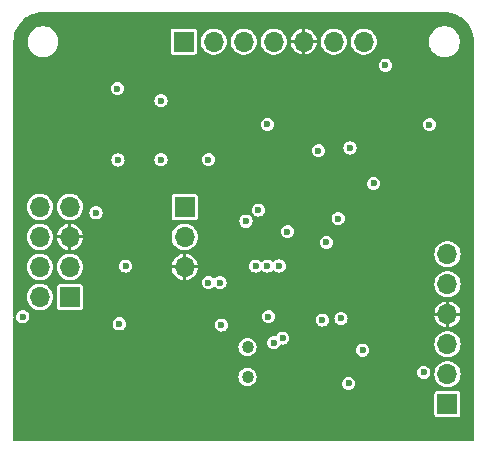
<source format=gbr>
%TF.GenerationSoftware,KiCad,Pcbnew,8.0.4*%
%TF.CreationDate,2024-11-27T18:51:44-06:00*%
%TF.ProjectId,TempReader_w_I2C.kicad_sch,54656d70-5265-4616-9465-725f775f4932,rev?*%
%TF.SameCoordinates,Original*%
%TF.FileFunction,Copper,L2,Inr*%
%TF.FilePolarity,Positive*%
%FSLAX46Y46*%
G04 Gerber Fmt 4.6, Leading zero omitted, Abs format (unit mm)*
G04 Created by KiCad (PCBNEW 8.0.4) date 2024-11-27 18:51:44*
%MOMM*%
%LPD*%
G01*
G04 APERTURE LIST*
%TA.AperFunction,ComponentPad*%
%ADD10R,1.700000X1.700000*%
%TD*%
%TA.AperFunction,ComponentPad*%
%ADD11O,1.700000X1.700000*%
%TD*%
%TA.AperFunction,ComponentPad*%
%ADD12C,1.030000*%
%TD*%
%TA.AperFunction,ViaPad*%
%ADD13C,0.600000*%
%TD*%
%TA.AperFunction,Conductor*%
%ADD14C,0.300000*%
%TD*%
G04 APERTURE END LIST*
D10*
%TO.N,unconnected-(J2-Pin_1-Pad1)*%
%TO.C,J2*%
X169920000Y-73000000D03*
D11*
%TO.N,unconnected-(J2-Pin_2-Pad2)*%
X172460000Y-73000000D03*
%TO.N,I2C_SDA*%
X175000000Y-73000000D03*
%TO.N,I2C_SCL*%
X177540000Y-73000000D03*
%TO.N,GND1*%
X180080000Y-73000000D03*
%TO.N,unconnected-(J2-Pin_6-Pad6)*%
X182620000Y-73000000D03*
%TO.N,+3V3*%
X185160000Y-73000000D03*
%TD*%
D10*
%TO.N,UART_TX*%
%TO.C,UART1*%
X170000000Y-87000000D03*
D11*
%TO.N,UART_RX*%
X170000000Y-89540000D03*
%TO.N,GND1*%
X170000000Y-92080000D03*
%TD*%
D12*
%TO.N,Net-(NRF24L01+1-XC2)*%
%TO.C,Y1*%
X175325000Y-98875000D03*
%TO.N,Net-(NRF24L01+1-XC1)*%
X175325000Y-101375000D03*
%TD*%
D10*
%TO.N,NRF_IRQ*%
%TO.C,J1*%
X160275000Y-94620000D03*
D11*
%TO.N,SPI_MOSI*%
X157735000Y-94620000D03*
%TO.N,CS_NRF*%
X160275000Y-92080000D03*
%TO.N,+3V3*%
X157735000Y-92080000D03*
%TO.N,GND1*%
X160275000Y-89540000D03*
%TO.N,NRF_CE*%
X157735000Y-89540000D03*
%TO.N,SPI_SCK*%
X160275000Y-87000000D03*
%TO.N,SPI_MISO*%
X157735000Y-87000000D03*
%TD*%
D10*
%TO.N,unconnected-(NotSure1-Pin_1-Pad1)*%
%TO.C,NotSure1*%
X192250000Y-103700000D03*
D11*
%TO.N,NRST*%
X192250000Y-101160000D03*
%TO.N,SW_DIO*%
X192250000Y-98620000D03*
%TO.N,GND1*%
X192250000Y-96080000D03*
%TO.N,SW_CLK*%
X192250000Y-93540000D03*
%TO.N,+3V3*%
X192250000Y-91000000D03*
%TD*%
D13*
%TO.N,+3V3*%
X164350000Y-83025000D03*
X186000000Y-85000000D03*
X185075000Y-99125000D03*
X164300000Y-76975000D03*
X172000000Y-83000000D03*
X168000000Y-78000000D03*
X176250000Y-87250000D03*
X173000000Y-93400000D03*
X165000000Y-92000000D03*
X187000000Y-75000000D03*
X182000000Y-90000000D03*
X183890000Y-101925000D03*
X177550000Y-98500000D03*
X190720000Y-80030000D03*
%TO.N,GND1*%
X160350000Y-82025000D03*
X176800000Y-99000000D03*
X177180000Y-105820000D03*
X184000000Y-76000000D03*
X184800000Y-96600000D03*
X188025000Y-102225000D03*
X170000000Y-79000000D03*
X188480000Y-96830000D03*
X162300000Y-75975000D03*
X189325000Y-101375000D03*
X167740000Y-100430000D03*
X162000000Y-89000000D03*
X181250000Y-91350000D03*
X189000000Y-83000000D03*
X184915000Y-106045000D03*
X182974904Y-102710000D03*
X168190000Y-91160000D03*
%TO.N,SPI_SCK*%
X178700000Y-89100000D03*
X176000000Y-92000000D03*
X162500000Y-87500000D03*
X181653296Y-96581318D03*
%TO.N,SPI_MOSI*%
X178000000Y-92000000D03*
X173100000Y-96990000D03*
%TO.N,CS_NRF*%
X181315380Y-82234620D03*
X172000000Y-93400000D03*
%TO.N,NRF_CE*%
X183240380Y-96440380D03*
X175200000Y-88200000D03*
%TO.N,SPI_MISO*%
X177000000Y-92000000D03*
X156300000Y-96300000D03*
X177083568Y-96297120D03*
%TO.N,NRF_IRQ*%
X164460000Y-96897120D03*
X178300000Y-98087500D03*
X183000000Y-88000000D03*
%TO.N,I2C_SDA*%
X184000000Y-82000000D03*
X177000000Y-80000000D03*
%TO.N,NRST*%
X190250000Y-101000000D03*
X168000000Y-83000000D03*
%TD*%
D14*
%TO.N,SPI_SCK*%
X160775000Y-87500000D02*
X160275000Y-87000000D01*
X160275000Y-87000000D02*
X160675000Y-86600000D01*
X162500000Y-87500000D02*
X162584619Y-87584619D01*
%TD*%
%TA.AperFunction,Conductor*%
%TO.N,GND1*%
G36*
X192003801Y-70500730D02*
G01*
X192033105Y-70502502D01*
X192293684Y-70518264D01*
X192308765Y-70520095D01*
X192590682Y-70571758D01*
X192605429Y-70575393D01*
X192879071Y-70660663D01*
X192893283Y-70666054D01*
X193154624Y-70783674D01*
X193168090Y-70790740D01*
X193413367Y-70939016D01*
X193425866Y-70947643D01*
X193651485Y-71124404D01*
X193662865Y-71134487D01*
X193865512Y-71337134D01*
X193875596Y-71348515D01*
X194052353Y-71574130D01*
X194060985Y-71586635D01*
X194146687Y-71728403D01*
X194209255Y-71831903D01*
X194216325Y-71845375D01*
X194333943Y-72106711D01*
X194339339Y-72120937D01*
X194424602Y-72394554D01*
X194428243Y-72409328D01*
X194479902Y-72691222D01*
X194481736Y-72706326D01*
X194499270Y-72996197D01*
X194499500Y-73003805D01*
X194499500Y-106724000D01*
X194479498Y-106792121D01*
X194425842Y-106838614D01*
X194373500Y-106850000D01*
X155626500Y-106850000D01*
X155558379Y-106829998D01*
X155511886Y-106776342D01*
X155500500Y-106724000D01*
X155500500Y-102824930D01*
X191145500Y-102824930D01*
X191145500Y-104575063D01*
X191145501Y-104575073D01*
X191160265Y-104649300D01*
X191216516Y-104733484D01*
X191300697Y-104789733D01*
X191300699Y-104789734D01*
X191374933Y-104804500D01*
X193125066Y-104804499D01*
X193125069Y-104804498D01*
X193125073Y-104804498D01*
X193174326Y-104794701D01*
X193199301Y-104789734D01*
X193283484Y-104733484D01*
X193339734Y-104649301D01*
X193354500Y-104575067D01*
X193354499Y-102824934D01*
X193354498Y-102824930D01*
X193354498Y-102824926D01*
X193339734Y-102750699D01*
X193283483Y-102666515D01*
X193199302Y-102610266D01*
X193125067Y-102595500D01*
X191374936Y-102595500D01*
X191374926Y-102595501D01*
X191300699Y-102610265D01*
X191216515Y-102666516D01*
X191160266Y-102750697D01*
X191145500Y-102824930D01*
X155500500Y-102824930D01*
X155500500Y-101375000D01*
X174550631Y-101375000D01*
X174570046Y-101547313D01*
X174570047Y-101547315D01*
X174627318Y-101710986D01*
X174627319Y-101710988D01*
X174719573Y-101857811D01*
X174842188Y-101980426D01*
X174945254Y-102045186D01*
X174989014Y-102072682D01*
X175152687Y-102129954D01*
X175325000Y-102149369D01*
X175497313Y-102129954D01*
X175660986Y-102072682D01*
X175807811Y-101980426D01*
X175863238Y-101924999D01*
X183330715Y-101924999D01*
X183330715Y-101925000D01*
X183349771Y-102069752D01*
X183405644Y-102204641D01*
X183405649Y-102204649D01*
X183494525Y-102320474D01*
X183610350Y-102409350D01*
X183610357Y-102409355D01*
X183745246Y-102465228D01*
X183890000Y-102484285D01*
X184034754Y-102465228D01*
X184169643Y-102409355D01*
X184285474Y-102320474D01*
X184374355Y-102204643D01*
X184430228Y-102069754D01*
X184449285Y-101925000D01*
X184430228Y-101780246D01*
X184374355Y-101645358D01*
X184285474Y-101529526D01*
X184285472Y-101529524D01*
X184285471Y-101529523D01*
X184169649Y-101440649D01*
X184169641Y-101440644D01*
X184034752Y-101384771D01*
X183890000Y-101365715D01*
X183745247Y-101384771D01*
X183677802Y-101412708D01*
X183610358Y-101440645D01*
X183610357Y-101440646D01*
X183610356Y-101440646D01*
X183494526Y-101529526D01*
X183405646Y-101645356D01*
X183405645Y-101645358D01*
X183378461Y-101710986D01*
X183349771Y-101780247D01*
X183330715Y-101924999D01*
X175863238Y-101924999D01*
X175930426Y-101857811D01*
X176022682Y-101710986D01*
X176079954Y-101547313D01*
X176099369Y-101375000D01*
X176079954Y-101202687D01*
X176022682Y-101039014D01*
X175998167Y-100999999D01*
X189690715Y-100999999D01*
X189690715Y-101000000D01*
X189709771Y-101144752D01*
X189765644Y-101279641D01*
X189765649Y-101279649D01*
X189854525Y-101395474D01*
X189970350Y-101484350D01*
X189970357Y-101484355D01*
X190105246Y-101540228D01*
X190250000Y-101559285D01*
X190394754Y-101540228D01*
X190529643Y-101484355D01*
X190645474Y-101395474D01*
X190734355Y-101279643D01*
X190783915Y-101159995D01*
X191140768Y-101159995D01*
X191140768Y-101160004D01*
X191159654Y-101363819D01*
X191181514Y-101440649D01*
X191215672Y-101560701D01*
X191306912Y-101743935D01*
X191306913Y-101743936D01*
X191430266Y-101907284D01*
X191581536Y-102045185D01*
X191755566Y-102152940D01*
X191755568Y-102152940D01*
X191755573Y-102152944D01*
X191946444Y-102226888D01*
X192147653Y-102264500D01*
X192147655Y-102264500D01*
X192352345Y-102264500D01*
X192352347Y-102264500D01*
X192553556Y-102226888D01*
X192744427Y-102152944D01*
X192918462Y-102045186D01*
X193069732Y-101907285D01*
X193193088Y-101743935D01*
X193284328Y-101560701D01*
X193340345Y-101363821D01*
X193348146Y-101279641D01*
X193359232Y-101160004D01*
X193359232Y-101159995D01*
X193340345Y-100956180D01*
X193287251Y-100769573D01*
X193284328Y-100759299D01*
X193193088Y-100576065D01*
X193105268Y-100459772D01*
X193069733Y-100412715D01*
X192918463Y-100274814D01*
X192744433Y-100167059D01*
X192744428Y-100167057D01*
X192744427Y-100167056D01*
X192553559Y-100093113D01*
X192553560Y-100093113D01*
X192553557Y-100093112D01*
X192553556Y-100093112D01*
X192352347Y-100055500D01*
X192147653Y-100055500D01*
X191946444Y-100093112D01*
X191946439Y-100093113D01*
X191755577Y-100167054D01*
X191755566Y-100167059D01*
X191581536Y-100274814D01*
X191430266Y-100412715D01*
X191306913Y-100576063D01*
X191215671Y-100759301D01*
X191159654Y-100956180D01*
X191140768Y-101159995D01*
X190783915Y-101159995D01*
X190790228Y-101144754D01*
X190809285Y-101000000D01*
X190790228Y-100855246D01*
X190734355Y-100720358D01*
X190645474Y-100604526D01*
X190645472Y-100604524D01*
X190645471Y-100604523D01*
X190529649Y-100515649D01*
X190529641Y-100515644D01*
X190394752Y-100459771D01*
X190250000Y-100440715D01*
X190105247Y-100459771D01*
X190037802Y-100487708D01*
X189970358Y-100515645D01*
X189970357Y-100515646D01*
X189970356Y-100515646D01*
X189854526Y-100604526D01*
X189765646Y-100720356D01*
X189765645Y-100720358D01*
X189749515Y-100759299D01*
X189709771Y-100855247D01*
X189690715Y-100999999D01*
X175998167Y-100999999D01*
X175970634Y-100956180D01*
X175930426Y-100892188D01*
X175807811Y-100769573D01*
X175660988Y-100677319D01*
X175660986Y-100677318D01*
X175497313Y-100620046D01*
X175325000Y-100600631D01*
X175152687Y-100620046D01*
X175152684Y-100620046D01*
X175152684Y-100620047D01*
X174989013Y-100677318D01*
X174989011Y-100677319D01*
X174842188Y-100769573D01*
X174719573Y-100892188D01*
X174627319Y-101039011D01*
X174627318Y-101039013D01*
X174570047Y-101202684D01*
X174570046Y-101202687D01*
X174550631Y-101375000D01*
X155500500Y-101375000D01*
X155500500Y-98875000D01*
X174550631Y-98875000D01*
X174570046Y-99047313D01*
X174570047Y-99047315D01*
X174627318Y-99210986D01*
X174627319Y-99210988D01*
X174719573Y-99357811D01*
X174842188Y-99480426D01*
X174881594Y-99505186D01*
X174989014Y-99572682D01*
X175152687Y-99629954D01*
X175325000Y-99649369D01*
X175497313Y-99629954D01*
X175660986Y-99572682D01*
X175807811Y-99480426D01*
X175930426Y-99357811D01*
X176022682Y-99210986D01*
X176052770Y-99124999D01*
X184515715Y-99124999D01*
X184515715Y-99125000D01*
X184534771Y-99269752D01*
X184590644Y-99404641D01*
X184590649Y-99404649D01*
X184679525Y-99520474D01*
X184747564Y-99572682D01*
X184795357Y-99609355D01*
X184930246Y-99665228D01*
X185075000Y-99684285D01*
X185219754Y-99665228D01*
X185354643Y-99609355D01*
X185470474Y-99520474D01*
X185559355Y-99404643D01*
X185615228Y-99269754D01*
X185634285Y-99125000D01*
X185615228Y-98980246D01*
X185559355Y-98845358D01*
X185470474Y-98729526D01*
X185470472Y-98729524D01*
X185470471Y-98729523D01*
X185354649Y-98640649D01*
X185354641Y-98640644D01*
X185304790Y-98619995D01*
X191140768Y-98619995D01*
X191140768Y-98620004D01*
X191159654Y-98823819D01*
X191204162Y-98980247D01*
X191215672Y-99020701D01*
X191306912Y-99203935D01*
X191306913Y-99203936D01*
X191430266Y-99367284D01*
X191581536Y-99505185D01*
X191755566Y-99612940D01*
X191755568Y-99612940D01*
X191755573Y-99612944D01*
X191946444Y-99686888D01*
X192147653Y-99724500D01*
X192147655Y-99724500D01*
X192352345Y-99724500D01*
X192352347Y-99724500D01*
X192553556Y-99686888D01*
X192744427Y-99612944D01*
X192918462Y-99505186D01*
X193069732Y-99367285D01*
X193076887Y-99357811D01*
X193090006Y-99340436D01*
X193193088Y-99203935D01*
X193284328Y-99020701D01*
X193340345Y-98823821D01*
X193356938Y-98644754D01*
X193359232Y-98620004D01*
X193359232Y-98619995D01*
X193340345Y-98416180D01*
X193333519Y-98392188D01*
X193284328Y-98219299D01*
X193193088Y-98036065D01*
X193132163Y-97955387D01*
X193069733Y-97872715D01*
X192918463Y-97734814D01*
X192744433Y-97627059D01*
X192744428Y-97627057D01*
X192744427Y-97627056D01*
X192682716Y-97603149D01*
X192553559Y-97553113D01*
X192553560Y-97553113D01*
X192553557Y-97553112D01*
X192553556Y-97553112D01*
X192352347Y-97515500D01*
X192147653Y-97515500D01*
X191977686Y-97547272D01*
X191946439Y-97553113D01*
X191755577Y-97627054D01*
X191755566Y-97627059D01*
X191581536Y-97734814D01*
X191430266Y-97872715D01*
X191306913Y-98036063D01*
X191215671Y-98219301D01*
X191159654Y-98416180D01*
X191140768Y-98619995D01*
X185304790Y-98619995D01*
X185219752Y-98584771D01*
X185075000Y-98565715D01*
X184930247Y-98584771D01*
X184862802Y-98612708D01*
X184795358Y-98640645D01*
X184795357Y-98640646D01*
X184795356Y-98640646D01*
X184679526Y-98729526D01*
X184590646Y-98845356D01*
X184590645Y-98845358D01*
X184578367Y-98875000D01*
X184534771Y-98980247D01*
X184515715Y-99124999D01*
X176052770Y-99124999D01*
X176079954Y-99047313D01*
X176099369Y-98875000D01*
X176079954Y-98702687D01*
X176022682Y-98539014D01*
X175998167Y-98499999D01*
X176990715Y-98499999D01*
X176990715Y-98500000D01*
X177009771Y-98644752D01*
X177065644Y-98779641D01*
X177065649Y-98779649D01*
X177154525Y-98895474D01*
X177265002Y-98980246D01*
X177270357Y-98984355D01*
X177405246Y-99040228D01*
X177550000Y-99059285D01*
X177694754Y-99040228D01*
X177829643Y-98984355D01*
X177945474Y-98895474D01*
X178034355Y-98779643D01*
X178063279Y-98709813D01*
X178107826Y-98654533D01*
X178175189Y-98632112D01*
X178196122Y-98633109D01*
X178300000Y-98646785D01*
X178444754Y-98627728D01*
X178579643Y-98571855D01*
X178695474Y-98482974D01*
X178784355Y-98367143D01*
X178840228Y-98232254D01*
X178859285Y-98087500D01*
X178840228Y-97942746D01*
X178784355Y-97807858D01*
X178695474Y-97692026D01*
X178695472Y-97692024D01*
X178695471Y-97692023D01*
X178579649Y-97603149D01*
X178579641Y-97603144D01*
X178444752Y-97547271D01*
X178300000Y-97528215D01*
X178155247Y-97547271D01*
X178087802Y-97575208D01*
X178020358Y-97603145D01*
X178020357Y-97603146D01*
X178020356Y-97603146D01*
X177904526Y-97692026D01*
X177815646Y-97807856D01*
X177815643Y-97807861D01*
X177786720Y-97877687D01*
X177742171Y-97932967D01*
X177674807Y-97955387D01*
X177653866Y-97954389D01*
X177550000Y-97940715D01*
X177405247Y-97959771D01*
X177345717Y-97984430D01*
X177270358Y-98015645D01*
X177270357Y-98015646D01*
X177270356Y-98015646D01*
X177154526Y-98104526D01*
X177065646Y-98220356D01*
X177065645Y-98220358D01*
X177045259Y-98269573D01*
X177009771Y-98355247D01*
X176990715Y-98499999D01*
X175998167Y-98499999D01*
X175945500Y-98416179D01*
X175930426Y-98392188D01*
X175807811Y-98269573D01*
X175660988Y-98177319D01*
X175660986Y-98177318D01*
X175497313Y-98120046D01*
X175325000Y-98100631D01*
X175152687Y-98120046D01*
X175152684Y-98120046D01*
X175152684Y-98120047D01*
X174989013Y-98177318D01*
X174989011Y-98177319D01*
X174842188Y-98269573D01*
X174719573Y-98392188D01*
X174627319Y-98539011D01*
X174627318Y-98539013D01*
X174591755Y-98640646D01*
X174570046Y-98702687D01*
X174550631Y-98875000D01*
X155500500Y-98875000D01*
X155500500Y-96897119D01*
X163900715Y-96897119D01*
X163900715Y-96897120D01*
X163919771Y-97041872D01*
X163975644Y-97176761D01*
X163975649Y-97176769D01*
X164064525Y-97292594D01*
X164180350Y-97381470D01*
X164180357Y-97381475D01*
X164315246Y-97437348D01*
X164460000Y-97456405D01*
X164604754Y-97437348D01*
X164739643Y-97381475D01*
X164855474Y-97292594D01*
X164944355Y-97176763D01*
X165000228Y-97041874D01*
X165007057Y-96989999D01*
X172540715Y-96989999D01*
X172540715Y-96990000D01*
X172559771Y-97134752D01*
X172615644Y-97269641D01*
X172615649Y-97269649D01*
X172704525Y-97385474D01*
X172796964Y-97456405D01*
X172820357Y-97474355D01*
X172955246Y-97530228D01*
X173100000Y-97549285D01*
X173244754Y-97530228D01*
X173379643Y-97474355D01*
X173495474Y-97385474D01*
X173584355Y-97269643D01*
X173640228Y-97134754D01*
X173659285Y-96990000D01*
X173640228Y-96845246D01*
X173584355Y-96710358D01*
X173495474Y-96594526D01*
X173495472Y-96594524D01*
X173495471Y-96594523D01*
X173379649Y-96505649D01*
X173379641Y-96505644D01*
X173244752Y-96449771D01*
X173100000Y-96430715D01*
X172955247Y-96449771D01*
X172887802Y-96477708D01*
X172820358Y-96505645D01*
X172820357Y-96505646D01*
X172820356Y-96505646D01*
X172704526Y-96594526D01*
X172615646Y-96710356D01*
X172615645Y-96710358D01*
X172609137Y-96726070D01*
X172559771Y-96845247D01*
X172540715Y-96989999D01*
X165007057Y-96989999D01*
X165019285Y-96897120D01*
X165000228Y-96752366D01*
X164944355Y-96617478D01*
X164855474Y-96501646D01*
X164855472Y-96501644D01*
X164855471Y-96501643D01*
X164739649Y-96412769D01*
X164739641Y-96412764D01*
X164604752Y-96356891D01*
X164460000Y-96337835D01*
X164315247Y-96356891D01*
X164256253Y-96381328D01*
X164180358Y-96412765D01*
X164180357Y-96412766D01*
X164180356Y-96412766D01*
X164064526Y-96501646D01*
X163975646Y-96617476D01*
X163975645Y-96617478D01*
X163956511Y-96663672D01*
X163919771Y-96752367D01*
X163900715Y-96897119D01*
X155500500Y-96897119D01*
X155500500Y-96397774D01*
X155520502Y-96329653D01*
X155554774Y-96299955D01*
X155552434Y-96298490D01*
X155700122Y-96298490D01*
X155709012Y-96302550D01*
X155747396Y-96362276D01*
X155751422Y-96381328D01*
X155759771Y-96444752D01*
X155815644Y-96579641D01*
X155815649Y-96579649D01*
X155904525Y-96695474D01*
X156020350Y-96784350D01*
X156020357Y-96784355D01*
X156155246Y-96840228D01*
X156300000Y-96859285D01*
X156444754Y-96840228D01*
X156579643Y-96784355D01*
X156695474Y-96695474D01*
X156784355Y-96579643D01*
X156840228Y-96444754D01*
X156859285Y-96300000D01*
X156858906Y-96297119D01*
X176524283Y-96297119D01*
X176524283Y-96297120D01*
X176543339Y-96441872D01*
X176599212Y-96576761D01*
X176599217Y-96576769D01*
X176688093Y-96692594D01*
X176803918Y-96781470D01*
X176803925Y-96781475D01*
X176938814Y-96837348D01*
X177083568Y-96856405D01*
X177228322Y-96837348D01*
X177363211Y-96781475D01*
X177479042Y-96692594D01*
X177564429Y-96581317D01*
X181094011Y-96581317D01*
X181094011Y-96581318D01*
X181113067Y-96726070D01*
X181168940Y-96860959D01*
X181168945Y-96860967D01*
X181257821Y-96976792D01*
X181373646Y-97065668D01*
X181373653Y-97065673D01*
X181508542Y-97121546D01*
X181653296Y-97140603D01*
X181798050Y-97121546D01*
X181932939Y-97065673D01*
X182048770Y-96976792D01*
X182137651Y-96860961D01*
X182193524Y-96726072D01*
X182212581Y-96581318D01*
X182212407Y-96580000D01*
X182194026Y-96440379D01*
X182681095Y-96440379D01*
X182681095Y-96440380D01*
X182700151Y-96585132D01*
X182756024Y-96720021D01*
X182756029Y-96720029D01*
X182844905Y-96835854D01*
X182960730Y-96924730D01*
X182960737Y-96924735D01*
X183095626Y-96980608D01*
X183240380Y-96999665D01*
X183385134Y-96980608D01*
X183520023Y-96924735D01*
X183635854Y-96835854D01*
X183724735Y-96720023D01*
X183780608Y-96585134D01*
X183799665Y-96440380D01*
X183796029Y-96412765D01*
X183785088Y-96329653D01*
X183780608Y-96295626D01*
X183724735Y-96160738D01*
X183635854Y-96044906D01*
X183635852Y-96044904D01*
X183635851Y-96044903D01*
X183520029Y-95956029D01*
X183520021Y-95956024D01*
X183512716Y-95952998D01*
X191153037Y-95952998D01*
X191153038Y-95953000D01*
X191766392Y-95953000D01*
X191750000Y-96014174D01*
X191750000Y-96145826D01*
X191766392Y-96207000D01*
X191153038Y-96207000D01*
X191153037Y-96207001D01*
X191160147Y-96283725D01*
X191216138Y-96480514D01*
X191216140Y-96480519D01*
X191307340Y-96663672D01*
X191430637Y-96826946D01*
X191581838Y-96964784D01*
X191755796Y-97072493D01*
X191755803Y-97072496D01*
X191946578Y-97146403D01*
X191946576Y-97146403D01*
X192123000Y-97179381D01*
X192123000Y-96563608D01*
X192184174Y-96580000D01*
X192315826Y-96580000D01*
X192377000Y-96563608D01*
X192377000Y-97179381D01*
X192553422Y-97146403D01*
X192744196Y-97072496D01*
X192744203Y-97072493D01*
X192918161Y-96964784D01*
X193069362Y-96826946D01*
X193192659Y-96663672D01*
X193283859Y-96480519D01*
X193283861Y-96480514D01*
X193339852Y-96283725D01*
X193346962Y-96207001D01*
X193346962Y-96207000D01*
X192733608Y-96207000D01*
X192750000Y-96145826D01*
X192750000Y-96014174D01*
X192733608Y-95953000D01*
X193346962Y-95953000D01*
X193346962Y-95952998D01*
X193339852Y-95876274D01*
X193283861Y-95679485D01*
X193283859Y-95679480D01*
X193192659Y-95496327D01*
X193069362Y-95333053D01*
X192918161Y-95195215D01*
X192744203Y-95087506D01*
X192744196Y-95087503D01*
X192553422Y-95013596D01*
X192553424Y-95013596D01*
X192377000Y-94980617D01*
X192377000Y-95596391D01*
X192315826Y-95580000D01*
X192184174Y-95580000D01*
X192123000Y-95596391D01*
X192123000Y-94980617D01*
X191946576Y-95013596D01*
X191755803Y-95087503D01*
X191755796Y-95087506D01*
X191581838Y-95195215D01*
X191430637Y-95333053D01*
X191307340Y-95496327D01*
X191216140Y-95679480D01*
X191216138Y-95679485D01*
X191160147Y-95876274D01*
X191153037Y-95952998D01*
X183512716Y-95952998D01*
X183385132Y-95900151D01*
X183240380Y-95881095D01*
X183095627Y-95900151D01*
X183028182Y-95928088D01*
X182960738Y-95956025D01*
X182960737Y-95956026D01*
X182960736Y-95956026D01*
X182844906Y-96044906D01*
X182756026Y-96160736D01*
X182756025Y-96160738D01*
X182736862Y-96207001D01*
X182700151Y-96295627D01*
X182681095Y-96440379D01*
X182194026Y-96440379D01*
X182193524Y-96436565D01*
X182191101Y-96430715D01*
X182137651Y-96301676D01*
X182048770Y-96185844D01*
X182048768Y-96185842D01*
X182048767Y-96185841D01*
X181932945Y-96096967D01*
X181932937Y-96096962D01*
X181798048Y-96041089D01*
X181653296Y-96022033D01*
X181508543Y-96041089D01*
X181441098Y-96069026D01*
X181373654Y-96096963D01*
X181373653Y-96096964D01*
X181373652Y-96096964D01*
X181257822Y-96185844D01*
X181168942Y-96301674D01*
X181168941Y-96301676D01*
X181146070Y-96356891D01*
X181113067Y-96436565D01*
X181094011Y-96581317D01*
X177564429Y-96581317D01*
X177567923Y-96576763D01*
X177623796Y-96441874D01*
X177642853Y-96297120D01*
X177642656Y-96295627D01*
X177623796Y-96152367D01*
X177621087Y-96145826D01*
X177567923Y-96017478D01*
X177479042Y-95901646D01*
X177479040Y-95901644D01*
X177479039Y-95901643D01*
X177363217Y-95812769D01*
X177363209Y-95812764D01*
X177228320Y-95756891D01*
X177083568Y-95737835D01*
X176938815Y-95756891D01*
X176899943Y-95772993D01*
X176803926Y-95812765D01*
X176803925Y-95812766D01*
X176803924Y-95812766D01*
X176688094Y-95901646D01*
X176599214Y-96017476D01*
X176599213Y-96017478D01*
X176587853Y-96044903D01*
X176543339Y-96152367D01*
X176524283Y-96297119D01*
X156858906Y-96297119D01*
X156840228Y-96155246D01*
X156784355Y-96020358D01*
X156695474Y-95904526D01*
X156695472Y-95904524D01*
X156695471Y-95904523D01*
X156579649Y-95815649D01*
X156579641Y-95815644D01*
X156444752Y-95759771D01*
X156300000Y-95740715D01*
X156155247Y-95759771D01*
X156087802Y-95787708D01*
X156020358Y-95815645D01*
X156020357Y-95815646D01*
X156020356Y-95815646D01*
X155904526Y-95904526D01*
X155815646Y-96020356D01*
X155815645Y-96020358D01*
X155805478Y-96044903D01*
X155759771Y-96155247D01*
X155751422Y-96218671D01*
X155722700Y-96283598D01*
X155700122Y-96298490D01*
X155552434Y-96298490D01*
X155532264Y-96285865D01*
X155502005Y-96221640D01*
X155500500Y-96202225D01*
X155500500Y-94619995D01*
X156625768Y-94619995D01*
X156625768Y-94620004D01*
X156644654Y-94823819D01*
X156644655Y-94823821D01*
X156700672Y-95020701D01*
X156791912Y-95203935D01*
X156791913Y-95203936D01*
X156915266Y-95367284D01*
X157066536Y-95505185D01*
X157240566Y-95612940D01*
X157240568Y-95612940D01*
X157240573Y-95612944D01*
X157431444Y-95686888D01*
X157632653Y-95724500D01*
X157632655Y-95724500D01*
X157837345Y-95724500D01*
X157837347Y-95724500D01*
X158038556Y-95686888D01*
X158229427Y-95612944D01*
X158403462Y-95505186D01*
X158554732Y-95367285D01*
X158678088Y-95203935D01*
X158769328Y-95020701D01*
X158825345Y-94823821D01*
X158844232Y-94620000D01*
X158825345Y-94416179D01*
X158769328Y-94219299D01*
X158678088Y-94036065D01*
X158606073Y-93940701D01*
X158554733Y-93872715D01*
X158414560Y-93744930D01*
X159170500Y-93744930D01*
X159170500Y-95495063D01*
X159170501Y-95495073D01*
X159185265Y-95569300D01*
X159241516Y-95653484D01*
X159325697Y-95709733D01*
X159325699Y-95709734D01*
X159399933Y-95724500D01*
X161150066Y-95724499D01*
X161150069Y-95724498D01*
X161150073Y-95724498D01*
X161199326Y-95714701D01*
X161224301Y-95709734D01*
X161308484Y-95653484D01*
X161364734Y-95569301D01*
X161379500Y-95495067D01*
X161379499Y-93744934D01*
X161379498Y-93744930D01*
X161379498Y-93744926D01*
X161364734Y-93670699D01*
X161308483Y-93586515D01*
X161224302Y-93530266D01*
X161150067Y-93515500D01*
X159399936Y-93515500D01*
X159399926Y-93515501D01*
X159325699Y-93530265D01*
X159241515Y-93586516D01*
X159185266Y-93670697D01*
X159170500Y-93744930D01*
X158414560Y-93744930D01*
X158403463Y-93734814D01*
X158229433Y-93627059D01*
X158229428Y-93627057D01*
X158229427Y-93627056D01*
X158229422Y-93627054D01*
X158038559Y-93553113D01*
X158038560Y-93553113D01*
X158038557Y-93553112D01*
X158038556Y-93553112D01*
X157837347Y-93515500D01*
X157632653Y-93515500D01*
X157431444Y-93553112D01*
X157431439Y-93553113D01*
X157240577Y-93627054D01*
X157240566Y-93627059D01*
X157066536Y-93734814D01*
X156915266Y-93872715D01*
X156791913Y-94036063D01*
X156700671Y-94219301D01*
X156644654Y-94416180D01*
X156625768Y-94619995D01*
X155500500Y-94619995D01*
X155500500Y-93399999D01*
X171440715Y-93399999D01*
X171440715Y-93400000D01*
X171459771Y-93544752D01*
X171515644Y-93679641D01*
X171515649Y-93679649D01*
X171604525Y-93795474D01*
X171720350Y-93884350D01*
X171720357Y-93884355D01*
X171855246Y-93940228D01*
X172000000Y-93959285D01*
X172144754Y-93940228D01*
X172279643Y-93884355D01*
X172395474Y-93795474D01*
X172400036Y-93789527D01*
X172457372Y-93747660D01*
X172528243Y-93743436D01*
X172590147Y-93778198D01*
X172599958Y-93789520D01*
X172604526Y-93795474D01*
X172604528Y-93795476D01*
X172720350Y-93884350D01*
X172720357Y-93884355D01*
X172855246Y-93940228D01*
X173000000Y-93959285D01*
X173144754Y-93940228D01*
X173279643Y-93884355D01*
X173395474Y-93795474D01*
X173484355Y-93679643D01*
X173540228Y-93544754D01*
X173540855Y-93539995D01*
X191140768Y-93539995D01*
X191140768Y-93540004D01*
X191159654Y-93743819D01*
X191159972Y-93744936D01*
X191215672Y-93940701D01*
X191306912Y-94123935D01*
X191306913Y-94123936D01*
X191430266Y-94287284D01*
X191581536Y-94425185D01*
X191755566Y-94532940D01*
X191755568Y-94532940D01*
X191755573Y-94532944D01*
X191946444Y-94606888D01*
X192147653Y-94644500D01*
X192147655Y-94644500D01*
X192352345Y-94644500D01*
X192352347Y-94644500D01*
X192553556Y-94606888D01*
X192744427Y-94532944D01*
X192918462Y-94425186D01*
X193069732Y-94287285D01*
X193193088Y-94123935D01*
X193284328Y-93940701D01*
X193340345Y-93743821D01*
X193358017Y-93553112D01*
X193359232Y-93540004D01*
X193359232Y-93539995D01*
X193340345Y-93336180D01*
X193317318Y-93255247D01*
X193284328Y-93139299D01*
X193193088Y-92956065D01*
X193120371Y-92859772D01*
X193069733Y-92792715D01*
X192918463Y-92654814D01*
X192744433Y-92547059D01*
X192744428Y-92547057D01*
X192744427Y-92547056D01*
X192726802Y-92540228D01*
X192553559Y-92473113D01*
X192553560Y-92473113D01*
X192553557Y-92473112D01*
X192553556Y-92473112D01*
X192352347Y-92435500D01*
X192147653Y-92435500D01*
X191946444Y-92473112D01*
X191946439Y-92473113D01*
X191755577Y-92547054D01*
X191755566Y-92547059D01*
X191581536Y-92654814D01*
X191430266Y-92792715D01*
X191306913Y-92956063D01*
X191215671Y-93139301D01*
X191159654Y-93336180D01*
X191140768Y-93539995D01*
X173540855Y-93539995D01*
X173559285Y-93400000D01*
X173540228Y-93255246D01*
X173484355Y-93120358D01*
X173395474Y-93004526D01*
X173395472Y-93004524D01*
X173395471Y-93004523D01*
X173279649Y-92915649D01*
X173279641Y-92915644D01*
X173144752Y-92859771D01*
X173000000Y-92840715D01*
X172855247Y-92859771D01*
X172787802Y-92887708D01*
X172720358Y-92915645D01*
X172720357Y-92915646D01*
X172720356Y-92915646D01*
X172604525Y-93004526D01*
X172599962Y-93010474D01*
X172542623Y-93052341D01*
X172471752Y-93056562D01*
X172409850Y-93021797D01*
X172400038Y-93010474D01*
X172395472Y-93004524D01*
X172279649Y-92915649D01*
X172279641Y-92915644D01*
X172144752Y-92859771D01*
X172000000Y-92840715D01*
X171855247Y-92859771D01*
X171787802Y-92887708D01*
X171720358Y-92915645D01*
X171720357Y-92915646D01*
X171720356Y-92915646D01*
X171604526Y-93004526D01*
X171515646Y-93120356D01*
X171515645Y-93120358D01*
X171491197Y-93179381D01*
X171459771Y-93255247D01*
X171440715Y-93399999D01*
X155500500Y-93399999D01*
X155500500Y-92079995D01*
X156625768Y-92079995D01*
X156625768Y-92080004D01*
X156644654Y-92283819D01*
X156671507Y-92378198D01*
X156700672Y-92480701D01*
X156791912Y-92663935D01*
X156791913Y-92663936D01*
X156915266Y-92827284D01*
X157066536Y-92965185D01*
X157240566Y-93072940D01*
X157240568Y-93072940D01*
X157240573Y-93072944D01*
X157431444Y-93146888D01*
X157632653Y-93184500D01*
X157632655Y-93184500D01*
X157837345Y-93184500D01*
X157837347Y-93184500D01*
X158038556Y-93146888D01*
X158229427Y-93072944D01*
X158403462Y-92965186D01*
X158554732Y-92827285D01*
X158678088Y-92663935D01*
X158769328Y-92480701D01*
X158825345Y-92283821D01*
X158831640Y-92215880D01*
X158844232Y-92080004D01*
X158844232Y-92079995D01*
X159165768Y-92079995D01*
X159165768Y-92080004D01*
X159184654Y-92283819D01*
X159211507Y-92378198D01*
X159240672Y-92480701D01*
X159331912Y-92663935D01*
X159331913Y-92663936D01*
X159455266Y-92827284D01*
X159606536Y-92965185D01*
X159780566Y-93072940D01*
X159780568Y-93072940D01*
X159780573Y-93072944D01*
X159971444Y-93146888D01*
X160172653Y-93184500D01*
X160172655Y-93184500D01*
X160377345Y-93184500D01*
X160377347Y-93184500D01*
X160578556Y-93146888D01*
X160769427Y-93072944D01*
X160943462Y-92965186D01*
X161094732Y-92827285D01*
X161218088Y-92663935D01*
X161309328Y-92480701D01*
X161365345Y-92283821D01*
X161371640Y-92215880D01*
X161384232Y-92080004D01*
X161384232Y-92079995D01*
X161376819Y-91999999D01*
X164440715Y-91999999D01*
X164440715Y-92000000D01*
X164459771Y-92144752D01*
X164515644Y-92279641D01*
X164515649Y-92279649D01*
X164604525Y-92395474D01*
X164715591Y-92480698D01*
X164720357Y-92484355D01*
X164855246Y-92540228D01*
X165000000Y-92559285D01*
X165144754Y-92540228D01*
X165279643Y-92484355D01*
X165395474Y-92395474D01*
X165484355Y-92279643D01*
X165540228Y-92144754D01*
X165559285Y-92000000D01*
X165553097Y-91952998D01*
X168903037Y-91952998D01*
X168903038Y-91953000D01*
X169516392Y-91953000D01*
X169500000Y-92014174D01*
X169500000Y-92145826D01*
X169516392Y-92207000D01*
X168903038Y-92207000D01*
X168903037Y-92207001D01*
X168910147Y-92283725D01*
X168966138Y-92480514D01*
X168966140Y-92480519D01*
X169057340Y-92663672D01*
X169180637Y-92826946D01*
X169331838Y-92964784D01*
X169505796Y-93072493D01*
X169505803Y-93072496D01*
X169696578Y-93146403D01*
X169696576Y-93146403D01*
X169873000Y-93179381D01*
X169873000Y-92563608D01*
X169934174Y-92580000D01*
X170065826Y-92580000D01*
X170127000Y-92563608D01*
X170127000Y-93179381D01*
X170303422Y-93146403D01*
X170494196Y-93072496D01*
X170494203Y-93072493D01*
X170668161Y-92964784D01*
X170819362Y-92826946D01*
X170942659Y-92663672D01*
X171033859Y-92480519D01*
X171033861Y-92480514D01*
X171089852Y-92283725D01*
X171096962Y-92207001D01*
X171096962Y-92207000D01*
X170483608Y-92207000D01*
X170500000Y-92145826D01*
X170500000Y-92014174D01*
X170496202Y-91999999D01*
X175440715Y-91999999D01*
X175440715Y-92000000D01*
X175459771Y-92144752D01*
X175515644Y-92279641D01*
X175515649Y-92279649D01*
X175604525Y-92395474D01*
X175715591Y-92480698D01*
X175720357Y-92484355D01*
X175855246Y-92540228D01*
X176000000Y-92559285D01*
X176144754Y-92540228D01*
X176279643Y-92484355D01*
X176395474Y-92395474D01*
X176400036Y-92389527D01*
X176457372Y-92347660D01*
X176528243Y-92343436D01*
X176590147Y-92378198D01*
X176599958Y-92389520D01*
X176604526Y-92395474D01*
X176604528Y-92395476D01*
X176715591Y-92480698D01*
X176720357Y-92484355D01*
X176855246Y-92540228D01*
X177000000Y-92559285D01*
X177144754Y-92540228D01*
X177279643Y-92484355D01*
X177395474Y-92395474D01*
X177400036Y-92389527D01*
X177457372Y-92347660D01*
X177528243Y-92343436D01*
X177590147Y-92378198D01*
X177599958Y-92389520D01*
X177604526Y-92395474D01*
X177604528Y-92395476D01*
X177715591Y-92480698D01*
X177720357Y-92484355D01*
X177855246Y-92540228D01*
X178000000Y-92559285D01*
X178144754Y-92540228D01*
X178279643Y-92484355D01*
X178395474Y-92395474D01*
X178484355Y-92279643D01*
X178540228Y-92144754D01*
X178559285Y-92000000D01*
X178540228Y-91855246D01*
X178484355Y-91720358D01*
X178395474Y-91604526D01*
X178395472Y-91604524D01*
X178395471Y-91604523D01*
X178279649Y-91515649D01*
X178279641Y-91515644D01*
X178144752Y-91459771D01*
X178000000Y-91440715D01*
X177855247Y-91459771D01*
X177787802Y-91487708D01*
X177720358Y-91515645D01*
X177720357Y-91515646D01*
X177720356Y-91515646D01*
X177604525Y-91604526D01*
X177599962Y-91610474D01*
X177542623Y-91652341D01*
X177471752Y-91656562D01*
X177409850Y-91621797D01*
X177400038Y-91610474D01*
X177395472Y-91604524D01*
X177279649Y-91515649D01*
X177279641Y-91515644D01*
X177144752Y-91459771D01*
X177000000Y-91440715D01*
X176855247Y-91459771D01*
X176787802Y-91487708D01*
X176720358Y-91515645D01*
X176720357Y-91515646D01*
X176720356Y-91515646D01*
X176604525Y-91604526D01*
X176599962Y-91610474D01*
X176542623Y-91652341D01*
X176471752Y-91656562D01*
X176409850Y-91621797D01*
X176400038Y-91610474D01*
X176395472Y-91604524D01*
X176279649Y-91515649D01*
X176279641Y-91515644D01*
X176144752Y-91459771D01*
X176000000Y-91440715D01*
X175855247Y-91459771D01*
X175787802Y-91487708D01*
X175720358Y-91515645D01*
X175720357Y-91515646D01*
X175720356Y-91515646D01*
X175604526Y-91604526D01*
X175515646Y-91720356D01*
X175515645Y-91720358D01*
X175493843Y-91772993D01*
X175459771Y-91855247D01*
X175440715Y-91999999D01*
X170496202Y-91999999D01*
X170483608Y-91953000D01*
X171096962Y-91953000D01*
X171096962Y-91952998D01*
X171089852Y-91876274D01*
X171033861Y-91679485D01*
X171033859Y-91679480D01*
X170942659Y-91496327D01*
X170819362Y-91333053D01*
X170668161Y-91195215D01*
X170494203Y-91087506D01*
X170494196Y-91087503D01*
X170303422Y-91013596D01*
X170303424Y-91013596D01*
X170230664Y-90999995D01*
X191140768Y-90999995D01*
X191140768Y-91000004D01*
X191159654Y-91203819D01*
X191215671Y-91400698D01*
X191215672Y-91400701D01*
X191306912Y-91583935D01*
X191306913Y-91583936D01*
X191430266Y-91747284D01*
X191581536Y-91885185D01*
X191755566Y-91992940D01*
X191755568Y-91992940D01*
X191755573Y-91992944D01*
X191946444Y-92066888D01*
X192147653Y-92104500D01*
X192147655Y-92104500D01*
X192352345Y-92104500D01*
X192352347Y-92104500D01*
X192553556Y-92066888D01*
X192744427Y-91992944D01*
X192918462Y-91885186D01*
X193069732Y-91747285D01*
X193193088Y-91583935D01*
X193284328Y-91400701D01*
X193340345Y-91203821D01*
X193359232Y-91000000D01*
X193340345Y-90796179D01*
X193284328Y-90599299D01*
X193193088Y-90416065D01*
X193152538Y-90362368D01*
X193069733Y-90252715D01*
X192918463Y-90114814D01*
X192744433Y-90007059D01*
X192744428Y-90007057D01*
X192744427Y-90007056D01*
X192741508Y-90005925D01*
X192553559Y-89933113D01*
X192553560Y-89933113D01*
X192553557Y-89933112D01*
X192553556Y-89933112D01*
X192352347Y-89895500D01*
X192147653Y-89895500D01*
X191946444Y-89933112D01*
X191946439Y-89933113D01*
X191755577Y-90007054D01*
X191755566Y-90007059D01*
X191581536Y-90114814D01*
X191430266Y-90252715D01*
X191306913Y-90416063D01*
X191215671Y-90599301D01*
X191159654Y-90796180D01*
X191140768Y-90999995D01*
X170230664Y-90999995D01*
X170127000Y-90980617D01*
X170127000Y-91596391D01*
X170065826Y-91580000D01*
X169934174Y-91580000D01*
X169873000Y-91596391D01*
X169873000Y-90980617D01*
X169696576Y-91013596D01*
X169505803Y-91087503D01*
X169505796Y-91087506D01*
X169331838Y-91195215D01*
X169180637Y-91333053D01*
X169057340Y-91496327D01*
X168966140Y-91679480D01*
X168966138Y-91679485D01*
X168910147Y-91876274D01*
X168903037Y-91952998D01*
X165553097Y-91952998D01*
X165540228Y-91855246D01*
X165484355Y-91720358D01*
X165395474Y-91604526D01*
X165395472Y-91604524D01*
X165395471Y-91604523D01*
X165279649Y-91515649D01*
X165279641Y-91515644D01*
X165144752Y-91459771D01*
X165000000Y-91440715D01*
X164855247Y-91459771D01*
X164787802Y-91487708D01*
X164720358Y-91515645D01*
X164720357Y-91515646D01*
X164720356Y-91515646D01*
X164604526Y-91604526D01*
X164515646Y-91720356D01*
X164515645Y-91720358D01*
X164493843Y-91772993D01*
X164459771Y-91855247D01*
X164440715Y-91999999D01*
X161376819Y-91999999D01*
X161366180Y-91885186D01*
X161365345Y-91876179D01*
X161309328Y-91679299D01*
X161218088Y-91496065D01*
X161146073Y-91400701D01*
X161094733Y-91332715D01*
X160943463Y-91194814D01*
X160769433Y-91087059D01*
X160769428Y-91087057D01*
X160769427Y-91087056D01*
X160769422Y-91087054D01*
X160578559Y-91013113D01*
X160578560Y-91013113D01*
X160578557Y-91013112D01*
X160578556Y-91013112D01*
X160377347Y-90975500D01*
X160172653Y-90975500D01*
X160041567Y-91000004D01*
X159971439Y-91013113D01*
X159780577Y-91087054D01*
X159780566Y-91087059D01*
X159606536Y-91194814D01*
X159455266Y-91332715D01*
X159331913Y-91496063D01*
X159240671Y-91679301D01*
X159184654Y-91876180D01*
X159165768Y-92079995D01*
X158844232Y-92079995D01*
X158826180Y-91885186D01*
X158825345Y-91876179D01*
X158769328Y-91679299D01*
X158678088Y-91496065D01*
X158606073Y-91400701D01*
X158554733Y-91332715D01*
X158403463Y-91194814D01*
X158229433Y-91087059D01*
X158229428Y-91087057D01*
X158229427Y-91087056D01*
X158229422Y-91087054D01*
X158038559Y-91013113D01*
X158038560Y-91013113D01*
X158038557Y-91013112D01*
X158038556Y-91013112D01*
X157837347Y-90975500D01*
X157632653Y-90975500D01*
X157501567Y-91000004D01*
X157431439Y-91013113D01*
X157240577Y-91087054D01*
X157240566Y-91087059D01*
X157066536Y-91194814D01*
X156915266Y-91332715D01*
X156791913Y-91496063D01*
X156700671Y-91679301D01*
X156644654Y-91876180D01*
X156625768Y-92079995D01*
X155500500Y-92079995D01*
X155500500Y-89539995D01*
X156625768Y-89539995D01*
X156625768Y-89540004D01*
X156644654Y-89743819D01*
X156644655Y-89743821D01*
X156700672Y-89940701D01*
X156791912Y-90123935D01*
X156791913Y-90123936D01*
X156915266Y-90287284D01*
X157066536Y-90425185D01*
X157240566Y-90532940D01*
X157240568Y-90532940D01*
X157240573Y-90532944D01*
X157431444Y-90606888D01*
X157632653Y-90644500D01*
X157632655Y-90644500D01*
X157837345Y-90644500D01*
X157837347Y-90644500D01*
X158038556Y-90606888D01*
X158229427Y-90532944D01*
X158403462Y-90425186D01*
X158554732Y-90287285D01*
X158560499Y-90279649D01*
X158580838Y-90252715D01*
X158678088Y-90123935D01*
X158769328Y-89940701D01*
X158825345Y-89743821D01*
X158831640Y-89675880D01*
X158844232Y-89540004D01*
X158844232Y-89539995D01*
X158832464Y-89412998D01*
X159178037Y-89412998D01*
X159178038Y-89413000D01*
X159791392Y-89413000D01*
X159775000Y-89474174D01*
X159775000Y-89605826D01*
X159791392Y-89667000D01*
X159178038Y-89667000D01*
X159178037Y-89667001D01*
X159185147Y-89743725D01*
X159241138Y-89940514D01*
X159241140Y-89940519D01*
X159332340Y-90123672D01*
X159455637Y-90286946D01*
X159606838Y-90424784D01*
X159780796Y-90532493D01*
X159780803Y-90532496D01*
X159971578Y-90606403D01*
X159971576Y-90606403D01*
X160148000Y-90639381D01*
X160148000Y-90023608D01*
X160209174Y-90040000D01*
X160340826Y-90040000D01*
X160402000Y-90023608D01*
X160402000Y-90639381D01*
X160578422Y-90606403D01*
X160769196Y-90532496D01*
X160769203Y-90532493D01*
X160943161Y-90424784D01*
X161094362Y-90286946D01*
X161217659Y-90123672D01*
X161308859Y-89940519D01*
X161308861Y-89940514D01*
X161364852Y-89743725D01*
X161371962Y-89667001D01*
X161371962Y-89667000D01*
X160758608Y-89667000D01*
X160775000Y-89605826D01*
X160775000Y-89539995D01*
X168890768Y-89539995D01*
X168890768Y-89540004D01*
X168909654Y-89743819D01*
X168909655Y-89743821D01*
X168965672Y-89940701D01*
X169056912Y-90123935D01*
X169056913Y-90123936D01*
X169180266Y-90287284D01*
X169331536Y-90425185D01*
X169505566Y-90532940D01*
X169505568Y-90532940D01*
X169505573Y-90532944D01*
X169696444Y-90606888D01*
X169897653Y-90644500D01*
X169897655Y-90644500D01*
X170102345Y-90644500D01*
X170102347Y-90644500D01*
X170303556Y-90606888D01*
X170494427Y-90532944D01*
X170668462Y-90425186D01*
X170819732Y-90287285D01*
X170825499Y-90279649D01*
X170845838Y-90252715D01*
X170943088Y-90123935D01*
X171004801Y-89999999D01*
X181440715Y-89999999D01*
X181440715Y-90000000D01*
X181459771Y-90144752D01*
X181515644Y-90279641D01*
X181515649Y-90279649D01*
X181604525Y-90395474D01*
X181720350Y-90484350D01*
X181720357Y-90484355D01*
X181855246Y-90540228D01*
X182000000Y-90559285D01*
X182144754Y-90540228D01*
X182279643Y-90484355D01*
X182395474Y-90395474D01*
X182484355Y-90279643D01*
X182540228Y-90144754D01*
X182559285Y-90000000D01*
X182540228Y-89855246D01*
X182484355Y-89720358D01*
X182395474Y-89604526D01*
X182395472Y-89604524D01*
X182395471Y-89604523D01*
X182279649Y-89515649D01*
X182279641Y-89515644D01*
X182144752Y-89459771D01*
X182000000Y-89440715D01*
X181855247Y-89459771D01*
X181787802Y-89487708D01*
X181720358Y-89515645D01*
X181720357Y-89515646D01*
X181720356Y-89515646D01*
X181604526Y-89604526D01*
X181515646Y-89720356D01*
X181515645Y-89720358D01*
X181487708Y-89787802D01*
X181459771Y-89855247D01*
X181440715Y-89999999D01*
X171004801Y-89999999D01*
X171034328Y-89940701D01*
X171090345Y-89743821D01*
X171096640Y-89675880D01*
X171109232Y-89540004D01*
X171109232Y-89539995D01*
X171090345Y-89336180D01*
X171064332Y-89244754D01*
X171034328Y-89139299D01*
X171014759Y-89099999D01*
X178140715Y-89099999D01*
X178140715Y-89100000D01*
X178159771Y-89244752D01*
X178215644Y-89379641D01*
X178215649Y-89379649D01*
X178304525Y-89495474D01*
X178420350Y-89584350D01*
X178420357Y-89584355D01*
X178555246Y-89640228D01*
X178700000Y-89659285D01*
X178844754Y-89640228D01*
X178979643Y-89584355D01*
X179095474Y-89495474D01*
X179184355Y-89379643D01*
X179240228Y-89244754D01*
X179259285Y-89100000D01*
X179240228Y-88955246D01*
X179184355Y-88820358D01*
X179095474Y-88704526D01*
X179095472Y-88704524D01*
X179095471Y-88704523D01*
X178979649Y-88615649D01*
X178979641Y-88615644D01*
X178844752Y-88559771D01*
X178700000Y-88540715D01*
X178555247Y-88559771D01*
X178487802Y-88587708D01*
X178420358Y-88615645D01*
X178420357Y-88615646D01*
X178420356Y-88615646D01*
X178304526Y-88704526D01*
X178215646Y-88820356D01*
X178215645Y-88820358D01*
X178187708Y-88887802D01*
X178159771Y-88955247D01*
X178140715Y-89099999D01*
X171014759Y-89099999D01*
X170943088Y-88956065D01*
X170902538Y-88902368D01*
X170819733Y-88792715D01*
X170668463Y-88654814D01*
X170494433Y-88547059D01*
X170494428Y-88547057D01*
X170494427Y-88547056D01*
X170476802Y-88540228D01*
X170303559Y-88473113D01*
X170303560Y-88473113D01*
X170303557Y-88473112D01*
X170303556Y-88473112D01*
X170102347Y-88435500D01*
X169897653Y-88435500D01*
X169696444Y-88473112D01*
X169696439Y-88473113D01*
X169505577Y-88547054D01*
X169505566Y-88547059D01*
X169331536Y-88654814D01*
X169180266Y-88792715D01*
X169056913Y-88956063D01*
X168965671Y-89139301D01*
X168909654Y-89336180D01*
X168890768Y-89539995D01*
X160775000Y-89539995D01*
X160775000Y-89474174D01*
X160758608Y-89413000D01*
X161371962Y-89413000D01*
X161371962Y-89412998D01*
X161364852Y-89336274D01*
X161308861Y-89139485D01*
X161308859Y-89139480D01*
X161217659Y-88956327D01*
X161094362Y-88793053D01*
X160943161Y-88655215D01*
X160769203Y-88547506D01*
X160769196Y-88547503D01*
X160578422Y-88473596D01*
X160578424Y-88473596D01*
X160402000Y-88440617D01*
X160402000Y-89056391D01*
X160340826Y-89040000D01*
X160209174Y-89040000D01*
X160148000Y-89056391D01*
X160148000Y-88440617D01*
X159971576Y-88473596D01*
X159780803Y-88547503D01*
X159780796Y-88547506D01*
X159606838Y-88655215D01*
X159455637Y-88793053D01*
X159332340Y-88956327D01*
X159241140Y-89139480D01*
X159241138Y-89139485D01*
X159185147Y-89336274D01*
X159178037Y-89412998D01*
X158832464Y-89412998D01*
X158825345Y-89336180D01*
X158799332Y-89244754D01*
X158769328Y-89139299D01*
X158678088Y-88956065D01*
X158637538Y-88902368D01*
X158554733Y-88792715D01*
X158403463Y-88654814D01*
X158229433Y-88547059D01*
X158229428Y-88547057D01*
X158229427Y-88547056D01*
X158211802Y-88540228D01*
X158038559Y-88473113D01*
X158038560Y-88473113D01*
X158038557Y-88473112D01*
X158038556Y-88473112D01*
X157837347Y-88435500D01*
X157632653Y-88435500D01*
X157431444Y-88473112D01*
X157431439Y-88473113D01*
X157240577Y-88547054D01*
X157240566Y-88547059D01*
X157066536Y-88654814D01*
X156915266Y-88792715D01*
X156791913Y-88956063D01*
X156700671Y-89139301D01*
X156644654Y-89336180D01*
X156625768Y-89539995D01*
X155500500Y-89539995D01*
X155500500Y-88199999D01*
X174640715Y-88199999D01*
X174640715Y-88200000D01*
X174659771Y-88344752D01*
X174715644Y-88479641D01*
X174715649Y-88479649D01*
X174804525Y-88595474D01*
X174882381Y-88655215D01*
X174920357Y-88684355D01*
X175055246Y-88740228D01*
X175200000Y-88759285D01*
X175344754Y-88740228D01*
X175479643Y-88684355D01*
X175595474Y-88595474D01*
X175684355Y-88479643D01*
X175740228Y-88344754D01*
X175759285Y-88200000D01*
X175740228Y-88055246D01*
X175717344Y-87999999D01*
X182440715Y-87999999D01*
X182440715Y-88000000D01*
X182459771Y-88144752D01*
X182515644Y-88279641D01*
X182515649Y-88279649D01*
X182604525Y-88395474D01*
X182714216Y-88479643D01*
X182720357Y-88484355D01*
X182855246Y-88540228D01*
X183000000Y-88559285D01*
X183144754Y-88540228D01*
X183279643Y-88484355D01*
X183395474Y-88395474D01*
X183484355Y-88279643D01*
X183540228Y-88144754D01*
X183559285Y-88000000D01*
X183540228Y-87855246D01*
X183484355Y-87720358D01*
X183395474Y-87604526D01*
X183395472Y-87604524D01*
X183395471Y-87604523D01*
X183279649Y-87515649D01*
X183279641Y-87515644D01*
X183144752Y-87459771D01*
X183000000Y-87440715D01*
X182855247Y-87459771D01*
X182787802Y-87487708D01*
X182720358Y-87515645D01*
X182720357Y-87515646D01*
X182720356Y-87515646D01*
X182604526Y-87604526D01*
X182515646Y-87720356D01*
X182515645Y-87720358D01*
X182491089Y-87779641D01*
X182459771Y-87855247D01*
X182440715Y-87999999D01*
X175717344Y-87999999D01*
X175684355Y-87920358D01*
X175595474Y-87804526D01*
X175595472Y-87804524D01*
X175595471Y-87804523D01*
X175479649Y-87715649D01*
X175479641Y-87715644D01*
X175344752Y-87659771D01*
X175200000Y-87640715D01*
X175055247Y-87659771D01*
X174987802Y-87687708D01*
X174920358Y-87715645D01*
X174920357Y-87715646D01*
X174920356Y-87715646D01*
X174804526Y-87804526D01*
X174715646Y-87920356D01*
X174715645Y-87920358D01*
X174703656Y-87949302D01*
X174659771Y-88055247D01*
X174640715Y-88199999D01*
X155500500Y-88199999D01*
X155500500Y-86999995D01*
X156625768Y-86999995D01*
X156625768Y-87000004D01*
X156644654Y-87203819D01*
X156657794Y-87250000D01*
X156700672Y-87400701D01*
X156791912Y-87583935D01*
X156791913Y-87583936D01*
X156915266Y-87747284D01*
X157066536Y-87885185D01*
X157240566Y-87992940D01*
X157240568Y-87992940D01*
X157240573Y-87992944D01*
X157431444Y-88066888D01*
X157632653Y-88104500D01*
X157632655Y-88104500D01*
X157837345Y-88104500D01*
X157837347Y-88104500D01*
X158038556Y-88066888D01*
X158229427Y-87992944D01*
X158403462Y-87885186D01*
X158554732Y-87747285D01*
X158678088Y-87583935D01*
X158769328Y-87400701D01*
X158825345Y-87203821D01*
X158834479Y-87105247D01*
X158844232Y-87000004D01*
X158844232Y-86999995D01*
X159165768Y-86999995D01*
X159165768Y-87000004D01*
X159184654Y-87203819D01*
X159197794Y-87250000D01*
X159240672Y-87400701D01*
X159331912Y-87583935D01*
X159331913Y-87583936D01*
X159455266Y-87747284D01*
X159606536Y-87885185D01*
X159780566Y-87992940D01*
X159780568Y-87992940D01*
X159780573Y-87992944D01*
X159971444Y-88066888D01*
X160172653Y-88104500D01*
X160172655Y-88104500D01*
X160377345Y-88104500D01*
X160377347Y-88104500D01*
X160578556Y-88066888D01*
X160769427Y-87992944D01*
X160943462Y-87885186D01*
X160979374Y-87852446D01*
X161001254Y-87836447D01*
X161023369Y-87823680D01*
X161098680Y-87748369D01*
X161110273Y-87728287D01*
X161118841Y-87715358D01*
X161218085Y-87583940D01*
X161218086Y-87583936D01*
X161218088Y-87583935D01*
X161259883Y-87499999D01*
X161940715Y-87499999D01*
X161940715Y-87500000D01*
X161959771Y-87644752D01*
X162015644Y-87779641D01*
X162015649Y-87779649D01*
X162104525Y-87895474D01*
X162174675Y-87949302D01*
X162220357Y-87984355D01*
X162355246Y-88040228D01*
X162500000Y-88059285D01*
X162644754Y-88040228D01*
X162779643Y-87984355D01*
X162895474Y-87895474D01*
X162984355Y-87779643D01*
X163040228Y-87644754D01*
X163059285Y-87500000D01*
X163040228Y-87355246D01*
X162984355Y-87220358D01*
X162895474Y-87104526D01*
X162895472Y-87104524D01*
X162895471Y-87104523D01*
X162779649Y-87015649D01*
X162779641Y-87015644D01*
X162644752Y-86959771D01*
X162500000Y-86940715D01*
X162355247Y-86959771D01*
X162329689Y-86970358D01*
X162220358Y-87015645D01*
X162220357Y-87015646D01*
X162220356Y-87015646D01*
X162104526Y-87104526D01*
X162015646Y-87220356D01*
X162015645Y-87220358D01*
X162003367Y-87250000D01*
X161959771Y-87355247D01*
X161940715Y-87499999D01*
X161259883Y-87499999D01*
X161309328Y-87400701D01*
X161365345Y-87203821D01*
X161374479Y-87105247D01*
X161384232Y-87000004D01*
X161384232Y-86999995D01*
X161365345Y-86796180D01*
X161356658Y-86765649D01*
X161309328Y-86599299D01*
X161218088Y-86416065D01*
X161177538Y-86362368D01*
X161094733Y-86252715D01*
X160954560Y-86124930D01*
X168895500Y-86124930D01*
X168895500Y-87875063D01*
X168895501Y-87875073D01*
X168910265Y-87949300D01*
X168966516Y-88033484D01*
X169050697Y-88089733D01*
X169050699Y-88089734D01*
X169124933Y-88104500D01*
X170875066Y-88104499D01*
X170875069Y-88104498D01*
X170875073Y-88104498D01*
X170924326Y-88094701D01*
X170949301Y-88089734D01*
X171033484Y-88033484D01*
X171089734Y-87949301D01*
X171104500Y-87875067D01*
X171104500Y-87249999D01*
X175690715Y-87249999D01*
X175690715Y-87250000D01*
X175709771Y-87394752D01*
X175765644Y-87529641D01*
X175765649Y-87529649D01*
X175854525Y-87645474D01*
X175970350Y-87734350D01*
X175970357Y-87734355D01*
X176105246Y-87790228D01*
X176250000Y-87809285D01*
X176394754Y-87790228D01*
X176529643Y-87734355D01*
X176645474Y-87645474D01*
X176734355Y-87529643D01*
X176790228Y-87394754D01*
X176809285Y-87250000D01*
X176805382Y-87220357D01*
X176790228Y-87105247D01*
X176790228Y-87105246D01*
X176734355Y-86970358D01*
X176645474Y-86854526D01*
X176645472Y-86854524D01*
X176645471Y-86854523D01*
X176529649Y-86765649D01*
X176529641Y-86765644D01*
X176394752Y-86709771D01*
X176250000Y-86690715D01*
X176105247Y-86709771D01*
X176037802Y-86737708D01*
X175970358Y-86765645D01*
X175970357Y-86765646D01*
X175970356Y-86765646D01*
X175854526Y-86854526D01*
X175765646Y-86970356D01*
X175765645Y-86970358D01*
X175746886Y-87015646D01*
X175709771Y-87105247D01*
X175690715Y-87249999D01*
X171104500Y-87249999D01*
X171104499Y-86124934D01*
X171104498Y-86124930D01*
X171104498Y-86124926D01*
X171089734Y-86050699D01*
X171033483Y-85966515D01*
X170949302Y-85910266D01*
X170875067Y-85895500D01*
X169124936Y-85895500D01*
X169124926Y-85895501D01*
X169050699Y-85910265D01*
X168966515Y-85966516D01*
X168910266Y-86050697D01*
X168895500Y-86124930D01*
X160954560Y-86124930D01*
X160943463Y-86114814D01*
X160769433Y-86007059D01*
X160769428Y-86007057D01*
X160769427Y-86007056D01*
X160769422Y-86007054D01*
X160578559Y-85933113D01*
X160578560Y-85933113D01*
X160578557Y-85933112D01*
X160578556Y-85933112D01*
X160377347Y-85895500D01*
X160172653Y-85895500D01*
X159971444Y-85933112D01*
X159971439Y-85933113D01*
X159780577Y-86007054D01*
X159780566Y-86007059D01*
X159606536Y-86114814D01*
X159455266Y-86252715D01*
X159331913Y-86416063D01*
X159240671Y-86599301D01*
X159184654Y-86796180D01*
X159165768Y-86999995D01*
X158844232Y-86999995D01*
X158825345Y-86796180D01*
X158816658Y-86765649D01*
X158769328Y-86599299D01*
X158678088Y-86416065D01*
X158637538Y-86362368D01*
X158554733Y-86252715D01*
X158403463Y-86114814D01*
X158229433Y-86007059D01*
X158229428Y-86007057D01*
X158229427Y-86007056D01*
X158229422Y-86007054D01*
X158038559Y-85933113D01*
X158038560Y-85933113D01*
X158038557Y-85933112D01*
X158038556Y-85933112D01*
X157837347Y-85895500D01*
X157632653Y-85895500D01*
X157431444Y-85933112D01*
X157431439Y-85933113D01*
X157240577Y-86007054D01*
X157240566Y-86007059D01*
X157066536Y-86114814D01*
X156915266Y-86252715D01*
X156791913Y-86416063D01*
X156700671Y-86599301D01*
X156644654Y-86796180D01*
X156625768Y-86999995D01*
X155500500Y-86999995D01*
X155500500Y-84999999D01*
X185440715Y-84999999D01*
X185440715Y-85000000D01*
X185459771Y-85144752D01*
X185515644Y-85279641D01*
X185515649Y-85279649D01*
X185604525Y-85395474D01*
X185720350Y-85484350D01*
X185720357Y-85484355D01*
X185855246Y-85540228D01*
X186000000Y-85559285D01*
X186144754Y-85540228D01*
X186279643Y-85484355D01*
X186395474Y-85395474D01*
X186484355Y-85279643D01*
X186540228Y-85144754D01*
X186559285Y-85000000D01*
X186540228Y-84855246D01*
X186484355Y-84720358D01*
X186395474Y-84604526D01*
X186395472Y-84604524D01*
X186395471Y-84604523D01*
X186279649Y-84515649D01*
X186279641Y-84515644D01*
X186144752Y-84459771D01*
X186000000Y-84440715D01*
X185855247Y-84459771D01*
X185787802Y-84487708D01*
X185720358Y-84515645D01*
X185720357Y-84515646D01*
X185720356Y-84515646D01*
X185604526Y-84604526D01*
X185515646Y-84720356D01*
X185515645Y-84720358D01*
X185487708Y-84787802D01*
X185459771Y-84855247D01*
X185440715Y-84999999D01*
X155500500Y-84999999D01*
X155500500Y-83024999D01*
X163790715Y-83024999D01*
X163790715Y-83025000D01*
X163809771Y-83169752D01*
X163865644Y-83304641D01*
X163865649Y-83304649D01*
X163954525Y-83420474D01*
X164070350Y-83509350D01*
X164070357Y-83509355D01*
X164205246Y-83565228D01*
X164350000Y-83584285D01*
X164494754Y-83565228D01*
X164629643Y-83509355D01*
X164745474Y-83420474D01*
X164834355Y-83304643D01*
X164890228Y-83169754D01*
X164909285Y-83025000D01*
X164905994Y-82999999D01*
X167440715Y-82999999D01*
X167440715Y-83000000D01*
X167459771Y-83144752D01*
X167515644Y-83279641D01*
X167515649Y-83279649D01*
X167604525Y-83395474D01*
X167637106Y-83420474D01*
X167720357Y-83484355D01*
X167855246Y-83540228D01*
X168000000Y-83559285D01*
X168144754Y-83540228D01*
X168279643Y-83484355D01*
X168395474Y-83395474D01*
X168484355Y-83279643D01*
X168540228Y-83144754D01*
X168559285Y-83000000D01*
X168559285Y-82999999D01*
X171440715Y-82999999D01*
X171440715Y-83000000D01*
X171459771Y-83144752D01*
X171515644Y-83279641D01*
X171515649Y-83279649D01*
X171604525Y-83395474D01*
X171637106Y-83420474D01*
X171720357Y-83484355D01*
X171855246Y-83540228D01*
X172000000Y-83559285D01*
X172144754Y-83540228D01*
X172279643Y-83484355D01*
X172395474Y-83395474D01*
X172484355Y-83279643D01*
X172540228Y-83144754D01*
X172559285Y-83000000D01*
X172540228Y-82855246D01*
X172484355Y-82720358D01*
X172395474Y-82604526D01*
X172395472Y-82604524D01*
X172395471Y-82604523D01*
X172279649Y-82515649D01*
X172279641Y-82515644D01*
X172144752Y-82459771D01*
X172000000Y-82440715D01*
X171855247Y-82459771D01*
X171795910Y-82484350D01*
X171720358Y-82515645D01*
X171720357Y-82515646D01*
X171720356Y-82515646D01*
X171604526Y-82604526D01*
X171515646Y-82720356D01*
X171515645Y-82720358D01*
X171505290Y-82745357D01*
X171459771Y-82855247D01*
X171440715Y-82999999D01*
X168559285Y-82999999D01*
X168540228Y-82855246D01*
X168484355Y-82720358D01*
X168395474Y-82604526D01*
X168395472Y-82604524D01*
X168395471Y-82604523D01*
X168279649Y-82515649D01*
X168279641Y-82515644D01*
X168144752Y-82459771D01*
X168000000Y-82440715D01*
X167855247Y-82459771D01*
X167795910Y-82484350D01*
X167720358Y-82515645D01*
X167720357Y-82515646D01*
X167720356Y-82515646D01*
X167604526Y-82604526D01*
X167515646Y-82720356D01*
X167515645Y-82720358D01*
X167505290Y-82745357D01*
X167459771Y-82855247D01*
X167440715Y-82999999D01*
X164905994Y-82999999D01*
X164890228Y-82880246D01*
X164834355Y-82745358D01*
X164745474Y-82629526D01*
X164745472Y-82629524D01*
X164745471Y-82629523D01*
X164629649Y-82540649D01*
X164629641Y-82540644D01*
X164494752Y-82484771D01*
X164350000Y-82465715D01*
X164205247Y-82484771D01*
X164137802Y-82512708D01*
X164070358Y-82540645D01*
X164070357Y-82540646D01*
X164070356Y-82540646D01*
X163954526Y-82629526D01*
X163865646Y-82745356D01*
X163865645Y-82745358D01*
X163853430Y-82774848D01*
X163809771Y-82880247D01*
X163790715Y-83024999D01*
X155500500Y-83024999D01*
X155500500Y-82234619D01*
X180756095Y-82234619D01*
X180756095Y-82234620D01*
X180775151Y-82379372D01*
X180831024Y-82514261D01*
X180831029Y-82514269D01*
X180919905Y-82630094D01*
X181035730Y-82718970D01*
X181035737Y-82718975D01*
X181170626Y-82774848D01*
X181315380Y-82793905D01*
X181460134Y-82774848D01*
X181595023Y-82718975D01*
X181710854Y-82630094D01*
X181799735Y-82514263D01*
X181855608Y-82379374D01*
X181874665Y-82234620D01*
X181855608Y-82089866D01*
X181818383Y-81999999D01*
X183440715Y-81999999D01*
X183440715Y-82000000D01*
X183459771Y-82144752D01*
X183515644Y-82279641D01*
X183515649Y-82279649D01*
X183604525Y-82395474D01*
X183720350Y-82484350D01*
X183720357Y-82484355D01*
X183855246Y-82540228D01*
X184000000Y-82559285D01*
X184144754Y-82540228D01*
X184279643Y-82484355D01*
X184395474Y-82395474D01*
X184484355Y-82279643D01*
X184540228Y-82144754D01*
X184559285Y-82000000D01*
X184540228Y-81855246D01*
X184484355Y-81720358D01*
X184395474Y-81604526D01*
X184395472Y-81604524D01*
X184395471Y-81604523D01*
X184279649Y-81515649D01*
X184279641Y-81515644D01*
X184144752Y-81459771D01*
X184000000Y-81440715D01*
X183855247Y-81459771D01*
X183787802Y-81487708D01*
X183720358Y-81515645D01*
X183720357Y-81515646D01*
X183720356Y-81515646D01*
X183604526Y-81604526D01*
X183515646Y-81720356D01*
X183515645Y-81720358D01*
X183487708Y-81787802D01*
X183459771Y-81855247D01*
X183440715Y-81999999D01*
X181818383Y-81999999D01*
X181799735Y-81954978D01*
X181710854Y-81839146D01*
X181710852Y-81839144D01*
X181710851Y-81839143D01*
X181595029Y-81750269D01*
X181595021Y-81750264D01*
X181460132Y-81694391D01*
X181315380Y-81675335D01*
X181170627Y-81694391D01*
X181107939Y-81720358D01*
X181035738Y-81750265D01*
X181035737Y-81750266D01*
X181035736Y-81750266D01*
X180919906Y-81839146D01*
X180831026Y-81954976D01*
X180831025Y-81954978D01*
X180812377Y-81999999D01*
X180775151Y-82089867D01*
X180756095Y-82234619D01*
X155500500Y-82234619D01*
X155500500Y-79999999D01*
X176440715Y-79999999D01*
X176440715Y-80000000D01*
X176459771Y-80144752D01*
X176515644Y-80279641D01*
X176515649Y-80279649D01*
X176604525Y-80395474D01*
X176643622Y-80425474D01*
X176720357Y-80484355D01*
X176855246Y-80540228D01*
X177000000Y-80559285D01*
X177144754Y-80540228D01*
X177279643Y-80484355D01*
X177395474Y-80395474D01*
X177484355Y-80279643D01*
X177540228Y-80144754D01*
X177555336Y-80029999D01*
X190160715Y-80029999D01*
X190160715Y-80030000D01*
X190179771Y-80174752D01*
X190235644Y-80309641D01*
X190235649Y-80309649D01*
X190324525Y-80425474D01*
X190440350Y-80514350D01*
X190440357Y-80514355D01*
X190575246Y-80570228D01*
X190720000Y-80589285D01*
X190864754Y-80570228D01*
X190999643Y-80514355D01*
X191115474Y-80425474D01*
X191204355Y-80309643D01*
X191260228Y-80174754D01*
X191279285Y-80030000D01*
X191275335Y-80000000D01*
X191260228Y-79885247D01*
X191260228Y-79885246D01*
X191204355Y-79750358D01*
X191115474Y-79634526D01*
X191115472Y-79634524D01*
X191115471Y-79634523D01*
X190999649Y-79545649D01*
X190999641Y-79545644D01*
X190864752Y-79489771D01*
X190720000Y-79470715D01*
X190575247Y-79489771D01*
X190512786Y-79515644D01*
X190440358Y-79545645D01*
X190440357Y-79545646D01*
X190440356Y-79545646D01*
X190324526Y-79634526D01*
X190235646Y-79750356D01*
X190235645Y-79750358D01*
X190207708Y-79817802D01*
X190179771Y-79885247D01*
X190160715Y-80029999D01*
X177555336Y-80029999D01*
X177559285Y-80000000D01*
X177540228Y-79855246D01*
X177484355Y-79720358D01*
X177395474Y-79604526D01*
X177395472Y-79604524D01*
X177395471Y-79604523D01*
X177279649Y-79515649D01*
X177279641Y-79515644D01*
X177144752Y-79459771D01*
X177000000Y-79440715D01*
X176855247Y-79459771D01*
X176787802Y-79487708D01*
X176720358Y-79515645D01*
X176720357Y-79515646D01*
X176720356Y-79515646D01*
X176604526Y-79604526D01*
X176515646Y-79720356D01*
X176515645Y-79720358D01*
X176487708Y-79787802D01*
X176459771Y-79855247D01*
X176440715Y-79999999D01*
X155500500Y-79999999D01*
X155500500Y-77999999D01*
X167440715Y-77999999D01*
X167440715Y-78000000D01*
X167459771Y-78144752D01*
X167515644Y-78279641D01*
X167515649Y-78279649D01*
X167604525Y-78395474D01*
X167720350Y-78484350D01*
X167720357Y-78484355D01*
X167855246Y-78540228D01*
X168000000Y-78559285D01*
X168144754Y-78540228D01*
X168279643Y-78484355D01*
X168395474Y-78395474D01*
X168484355Y-78279643D01*
X168540228Y-78144754D01*
X168559285Y-78000000D01*
X168540228Y-77855246D01*
X168484355Y-77720358D01*
X168395474Y-77604526D01*
X168395472Y-77604524D01*
X168395471Y-77604523D01*
X168279649Y-77515649D01*
X168279641Y-77515644D01*
X168144752Y-77459771D01*
X168000000Y-77440715D01*
X167855247Y-77459771D01*
X167787802Y-77487708D01*
X167720358Y-77515645D01*
X167720357Y-77515646D01*
X167720356Y-77515646D01*
X167604526Y-77604526D01*
X167515646Y-77720356D01*
X167515645Y-77720358D01*
X167487708Y-77787802D01*
X167459771Y-77855247D01*
X167440715Y-77999999D01*
X155500500Y-77999999D01*
X155500500Y-76974999D01*
X163740715Y-76974999D01*
X163740715Y-76975000D01*
X163759771Y-77119752D01*
X163815644Y-77254641D01*
X163815649Y-77254649D01*
X163904525Y-77370474D01*
X164020350Y-77459350D01*
X164020357Y-77459355D01*
X164155246Y-77515228D01*
X164300000Y-77534285D01*
X164444754Y-77515228D01*
X164579643Y-77459355D01*
X164695474Y-77370474D01*
X164784355Y-77254643D01*
X164840228Y-77119754D01*
X164859285Y-76975000D01*
X164840228Y-76830246D01*
X164784355Y-76695358D01*
X164695474Y-76579526D01*
X164695472Y-76579524D01*
X164695471Y-76579523D01*
X164579649Y-76490649D01*
X164579641Y-76490644D01*
X164444752Y-76434771D01*
X164300000Y-76415715D01*
X164155247Y-76434771D01*
X164087802Y-76462708D01*
X164020358Y-76490645D01*
X164020357Y-76490646D01*
X164020356Y-76490646D01*
X163904526Y-76579526D01*
X163815646Y-76695356D01*
X163815645Y-76695358D01*
X163787708Y-76762802D01*
X163759771Y-76830247D01*
X163740715Y-76974999D01*
X155500500Y-76974999D01*
X155500500Y-74999999D01*
X186440715Y-74999999D01*
X186440715Y-75000000D01*
X186459771Y-75144752D01*
X186515644Y-75279641D01*
X186515649Y-75279649D01*
X186604525Y-75395474D01*
X186720350Y-75484350D01*
X186720357Y-75484355D01*
X186855246Y-75540228D01*
X187000000Y-75559285D01*
X187144754Y-75540228D01*
X187279643Y-75484355D01*
X187395474Y-75395474D01*
X187484355Y-75279643D01*
X187540228Y-75144754D01*
X187559285Y-75000000D01*
X187540228Y-74855246D01*
X187484355Y-74720358D01*
X187395474Y-74604526D01*
X187395472Y-74604524D01*
X187395471Y-74604523D01*
X187279649Y-74515649D01*
X187279641Y-74515644D01*
X187144752Y-74459771D01*
X187000000Y-74440715D01*
X186855247Y-74459771D01*
X186787802Y-74487708D01*
X186720358Y-74515645D01*
X186720357Y-74515646D01*
X186720356Y-74515646D01*
X186604526Y-74604526D01*
X186515646Y-74720356D01*
X186515645Y-74720358D01*
X186487708Y-74787802D01*
X186459771Y-74855247D01*
X186440715Y-74999999D01*
X155500500Y-74999999D01*
X155500500Y-73003805D01*
X155500730Y-72996198D01*
X155506706Y-72897397D01*
X156696300Y-72897397D01*
X156696300Y-73102603D01*
X156712332Y-73203821D01*
X156728403Y-73305288D01*
X156791668Y-73500000D01*
X156791814Y-73500447D01*
X156834354Y-73583936D01*
X156884978Y-73683291D01*
X157005595Y-73849305D01*
X157150694Y-73994404D01*
X157250456Y-74066886D01*
X157316712Y-74115024D01*
X157499553Y-74208186D01*
X157694716Y-74271598D01*
X157897397Y-74303700D01*
X157897400Y-74303700D01*
X158102600Y-74303700D01*
X158102603Y-74303700D01*
X158305284Y-74271598D01*
X158500447Y-74208186D01*
X158683288Y-74115024D01*
X158849303Y-73994406D01*
X158994406Y-73849303D01*
X159115024Y-73683288D01*
X159208186Y-73500447D01*
X159271598Y-73305284D01*
X159303700Y-73102603D01*
X159303700Y-72897397D01*
X159271598Y-72694716D01*
X159208186Y-72499553D01*
X159115024Y-72316712D01*
X158994406Y-72150697D01*
X158994404Y-72150694D01*
X158968640Y-72124930D01*
X168815500Y-72124930D01*
X168815500Y-73875063D01*
X168815501Y-73875073D01*
X168830265Y-73949300D01*
X168886516Y-74033484D01*
X168970697Y-74089733D01*
X168970699Y-74089734D01*
X169044933Y-74104500D01*
X170795066Y-74104499D01*
X170795069Y-74104498D01*
X170795073Y-74104498D01*
X170844326Y-74094701D01*
X170869301Y-74089734D01*
X170953484Y-74033484D01*
X171009734Y-73949301D01*
X171024500Y-73875067D01*
X171024499Y-72999995D01*
X171350768Y-72999995D01*
X171350768Y-73000004D01*
X171369654Y-73203819D01*
X171399014Y-73307007D01*
X171425672Y-73400701D01*
X171516912Y-73583935D01*
X171516913Y-73583936D01*
X171640266Y-73747284D01*
X171791536Y-73885185D01*
X171965566Y-73992940D01*
X171965568Y-73992940D01*
X171965573Y-73992944D01*
X172156444Y-74066888D01*
X172357653Y-74104500D01*
X172357655Y-74104500D01*
X172562345Y-74104500D01*
X172562347Y-74104500D01*
X172763556Y-74066888D01*
X172954427Y-73992944D01*
X173128462Y-73885186D01*
X173279732Y-73747285D01*
X173403088Y-73583935D01*
X173494328Y-73400701D01*
X173550345Y-73203821D01*
X173556640Y-73135880D01*
X173569232Y-73000004D01*
X173569232Y-72999995D01*
X173890768Y-72999995D01*
X173890768Y-73000004D01*
X173909654Y-73203819D01*
X173939014Y-73307007D01*
X173965672Y-73400701D01*
X174056912Y-73583935D01*
X174056913Y-73583936D01*
X174180266Y-73747284D01*
X174331536Y-73885185D01*
X174505566Y-73992940D01*
X174505568Y-73992940D01*
X174505573Y-73992944D01*
X174696444Y-74066888D01*
X174897653Y-74104500D01*
X174897655Y-74104500D01*
X175102345Y-74104500D01*
X175102347Y-74104500D01*
X175303556Y-74066888D01*
X175494427Y-73992944D01*
X175668462Y-73885186D01*
X175819732Y-73747285D01*
X175943088Y-73583935D01*
X176034328Y-73400701D01*
X176090345Y-73203821D01*
X176096640Y-73135880D01*
X176109232Y-73000004D01*
X176109232Y-72999995D01*
X176430768Y-72999995D01*
X176430768Y-73000004D01*
X176449654Y-73203819D01*
X176479014Y-73307007D01*
X176505672Y-73400701D01*
X176596912Y-73583935D01*
X176596913Y-73583936D01*
X176720266Y-73747284D01*
X176871536Y-73885185D01*
X177045566Y-73992940D01*
X177045568Y-73992940D01*
X177045573Y-73992944D01*
X177236444Y-74066888D01*
X177437653Y-74104500D01*
X177437655Y-74104500D01*
X177642345Y-74104500D01*
X177642347Y-74104500D01*
X177843556Y-74066888D01*
X178034427Y-73992944D01*
X178208462Y-73885186D01*
X178359732Y-73747285D01*
X178483088Y-73583935D01*
X178574328Y-73400701D01*
X178630345Y-73203821D01*
X178636640Y-73135880D01*
X178649232Y-73000004D01*
X178649232Y-72999995D01*
X178637464Y-72872998D01*
X178983037Y-72872998D01*
X178983038Y-72873000D01*
X179596392Y-72873000D01*
X179580000Y-72934174D01*
X179580000Y-73065826D01*
X179596392Y-73127000D01*
X178983038Y-73127000D01*
X178983037Y-73127001D01*
X178990147Y-73203725D01*
X179046138Y-73400514D01*
X179046140Y-73400519D01*
X179137340Y-73583672D01*
X179260637Y-73746946D01*
X179411838Y-73884784D01*
X179585796Y-73992493D01*
X179585803Y-73992496D01*
X179776578Y-74066403D01*
X179776576Y-74066403D01*
X179953000Y-74099381D01*
X179953000Y-73483608D01*
X180014174Y-73500000D01*
X180145826Y-73500000D01*
X180207000Y-73483608D01*
X180207000Y-74099381D01*
X180383422Y-74066403D01*
X180574196Y-73992496D01*
X180574203Y-73992493D01*
X180748161Y-73884784D01*
X180899362Y-73746946D01*
X181022659Y-73583672D01*
X181113859Y-73400519D01*
X181113861Y-73400514D01*
X181169852Y-73203725D01*
X181176962Y-73127001D01*
X181176962Y-73127000D01*
X180563608Y-73127000D01*
X180580000Y-73065826D01*
X180580000Y-72999995D01*
X181510768Y-72999995D01*
X181510768Y-73000004D01*
X181529654Y-73203819D01*
X181559014Y-73307007D01*
X181585672Y-73400701D01*
X181676912Y-73583935D01*
X181676913Y-73583936D01*
X181800266Y-73747284D01*
X181951536Y-73885185D01*
X182125566Y-73992940D01*
X182125568Y-73992940D01*
X182125573Y-73992944D01*
X182316444Y-74066888D01*
X182517653Y-74104500D01*
X182517655Y-74104500D01*
X182722345Y-74104500D01*
X182722347Y-74104500D01*
X182923556Y-74066888D01*
X183114427Y-73992944D01*
X183288462Y-73885186D01*
X183439732Y-73747285D01*
X183563088Y-73583935D01*
X183654328Y-73400701D01*
X183710345Y-73203821D01*
X183716640Y-73135880D01*
X183729232Y-73000004D01*
X183729232Y-72999995D01*
X184050768Y-72999995D01*
X184050768Y-73000004D01*
X184069654Y-73203819D01*
X184099014Y-73307007D01*
X184125672Y-73400701D01*
X184216912Y-73583935D01*
X184216913Y-73583936D01*
X184340266Y-73747284D01*
X184491536Y-73885185D01*
X184665566Y-73992940D01*
X184665568Y-73992940D01*
X184665573Y-73992944D01*
X184856444Y-74066888D01*
X185057653Y-74104500D01*
X185057655Y-74104500D01*
X185262345Y-74104500D01*
X185262347Y-74104500D01*
X185463556Y-74066888D01*
X185654427Y-73992944D01*
X185828462Y-73885186D01*
X185979732Y-73747285D01*
X186103088Y-73583935D01*
X186194328Y-73400701D01*
X186250345Y-73203821D01*
X186256640Y-73135880D01*
X186269232Y-73000004D01*
X186269232Y-72999995D01*
X186259725Y-72897397D01*
X190696300Y-72897397D01*
X190696300Y-73102603D01*
X190712332Y-73203821D01*
X190728403Y-73305288D01*
X190791668Y-73500000D01*
X190791814Y-73500447D01*
X190834354Y-73583936D01*
X190884978Y-73683291D01*
X191005595Y-73849305D01*
X191150694Y-73994404D01*
X191250456Y-74066886D01*
X191316712Y-74115024D01*
X191499553Y-74208186D01*
X191694716Y-74271598D01*
X191897397Y-74303700D01*
X191897400Y-74303700D01*
X192102600Y-74303700D01*
X192102603Y-74303700D01*
X192305284Y-74271598D01*
X192500447Y-74208186D01*
X192683288Y-74115024D01*
X192849303Y-73994406D01*
X192994406Y-73849303D01*
X193115024Y-73683288D01*
X193208186Y-73500447D01*
X193271598Y-73305284D01*
X193303700Y-73102603D01*
X193303700Y-72897397D01*
X193271598Y-72694716D01*
X193208186Y-72499553D01*
X193115024Y-72316712D01*
X192994406Y-72150697D01*
X192994404Y-72150694D01*
X192849305Y-72005595D01*
X192683291Y-71884978D01*
X192683290Y-71884977D01*
X192683288Y-71884976D01*
X192500447Y-71791814D01*
X192500444Y-71791813D01*
X192500442Y-71791812D01*
X192305288Y-71728403D01*
X192305286Y-71728402D01*
X192305284Y-71728402D01*
X192102603Y-71696300D01*
X191897397Y-71696300D01*
X191694716Y-71728402D01*
X191694714Y-71728402D01*
X191694711Y-71728403D01*
X191499557Y-71791812D01*
X191499551Y-71791815D01*
X191316708Y-71884978D01*
X191150694Y-72005595D01*
X191005595Y-72150694D01*
X190884978Y-72316708D01*
X190791815Y-72499551D01*
X190791812Y-72499557D01*
X190728403Y-72694711D01*
X190728402Y-72694714D01*
X190728402Y-72694716D01*
X190696300Y-72897397D01*
X186259725Y-72897397D01*
X186250345Y-72796180D01*
X186224780Y-72706327D01*
X186194328Y-72599299D01*
X186103088Y-72416065D01*
X186062538Y-72362368D01*
X185979733Y-72252715D01*
X185828463Y-72114814D01*
X185654433Y-72007059D01*
X185654428Y-72007057D01*
X185654427Y-72007056D01*
X185650653Y-72005594D01*
X185463559Y-71933113D01*
X185463560Y-71933113D01*
X185463557Y-71933112D01*
X185463556Y-71933112D01*
X185262347Y-71895500D01*
X185057653Y-71895500D01*
X184856444Y-71933112D01*
X184856439Y-71933113D01*
X184665577Y-72007054D01*
X184665566Y-72007059D01*
X184491536Y-72114814D01*
X184340266Y-72252715D01*
X184216913Y-72416063D01*
X184125671Y-72599301D01*
X184069654Y-72796180D01*
X184050768Y-72999995D01*
X183729232Y-72999995D01*
X183710345Y-72796180D01*
X183684780Y-72706327D01*
X183654328Y-72599299D01*
X183563088Y-72416065D01*
X183522538Y-72362368D01*
X183439733Y-72252715D01*
X183288463Y-72114814D01*
X183114433Y-72007059D01*
X183114428Y-72007057D01*
X183114427Y-72007056D01*
X183110653Y-72005594D01*
X182923559Y-71933113D01*
X182923560Y-71933113D01*
X182923557Y-71933112D01*
X182923556Y-71933112D01*
X182722347Y-71895500D01*
X182517653Y-71895500D01*
X182316444Y-71933112D01*
X182316439Y-71933113D01*
X182125577Y-72007054D01*
X182125566Y-72007059D01*
X181951536Y-72114814D01*
X181800266Y-72252715D01*
X181676913Y-72416063D01*
X181585671Y-72599301D01*
X181529654Y-72796180D01*
X181510768Y-72999995D01*
X180580000Y-72999995D01*
X180580000Y-72934174D01*
X180563608Y-72873000D01*
X181176962Y-72873000D01*
X181176962Y-72872998D01*
X181169852Y-72796274D01*
X181113861Y-72599485D01*
X181113859Y-72599480D01*
X181022659Y-72416327D01*
X180899362Y-72253053D01*
X180748161Y-72115215D01*
X180574203Y-72007506D01*
X180574196Y-72007503D01*
X180383422Y-71933596D01*
X180383424Y-71933596D01*
X180207000Y-71900617D01*
X180207000Y-72516391D01*
X180145826Y-72500000D01*
X180014174Y-72500000D01*
X179953000Y-72516391D01*
X179953000Y-71900617D01*
X179776576Y-71933596D01*
X179585803Y-72007503D01*
X179585796Y-72007506D01*
X179411838Y-72115215D01*
X179260637Y-72253053D01*
X179137340Y-72416327D01*
X179046140Y-72599480D01*
X179046138Y-72599485D01*
X178990147Y-72796274D01*
X178983037Y-72872998D01*
X178637464Y-72872998D01*
X178630345Y-72796180D01*
X178604780Y-72706327D01*
X178574328Y-72599299D01*
X178483088Y-72416065D01*
X178442538Y-72362368D01*
X178359733Y-72252715D01*
X178208463Y-72114814D01*
X178034433Y-72007059D01*
X178034428Y-72007057D01*
X178034427Y-72007056D01*
X178030653Y-72005594D01*
X177843559Y-71933113D01*
X177843560Y-71933113D01*
X177843557Y-71933112D01*
X177843556Y-71933112D01*
X177642347Y-71895500D01*
X177437653Y-71895500D01*
X177236444Y-71933112D01*
X177236439Y-71933113D01*
X177045577Y-72007054D01*
X177045566Y-72007059D01*
X176871536Y-72114814D01*
X176720266Y-72252715D01*
X176596913Y-72416063D01*
X176505671Y-72599301D01*
X176449654Y-72796180D01*
X176430768Y-72999995D01*
X176109232Y-72999995D01*
X176090345Y-72796180D01*
X176064780Y-72706327D01*
X176034328Y-72599299D01*
X175943088Y-72416065D01*
X175902538Y-72362368D01*
X175819733Y-72252715D01*
X175668463Y-72114814D01*
X175494433Y-72007059D01*
X175494428Y-72007057D01*
X175494427Y-72007056D01*
X175490653Y-72005594D01*
X175303559Y-71933113D01*
X175303560Y-71933113D01*
X175303557Y-71933112D01*
X175303556Y-71933112D01*
X175102347Y-71895500D01*
X174897653Y-71895500D01*
X174696444Y-71933112D01*
X174696439Y-71933113D01*
X174505577Y-72007054D01*
X174505566Y-72007059D01*
X174331536Y-72114814D01*
X174180266Y-72252715D01*
X174056913Y-72416063D01*
X173965671Y-72599301D01*
X173909654Y-72796180D01*
X173890768Y-72999995D01*
X173569232Y-72999995D01*
X173550345Y-72796180D01*
X173524780Y-72706327D01*
X173494328Y-72599299D01*
X173403088Y-72416065D01*
X173362538Y-72362368D01*
X173279733Y-72252715D01*
X173128463Y-72114814D01*
X172954433Y-72007059D01*
X172954428Y-72007057D01*
X172954427Y-72007056D01*
X172950653Y-72005594D01*
X172763559Y-71933113D01*
X172763560Y-71933113D01*
X172763557Y-71933112D01*
X172763556Y-71933112D01*
X172562347Y-71895500D01*
X172357653Y-71895500D01*
X172156444Y-71933112D01*
X172156439Y-71933113D01*
X171965577Y-72007054D01*
X171965566Y-72007059D01*
X171791536Y-72114814D01*
X171640266Y-72252715D01*
X171516913Y-72416063D01*
X171425671Y-72599301D01*
X171369654Y-72796180D01*
X171350768Y-72999995D01*
X171024499Y-72999995D01*
X171024499Y-72124934D01*
X171024498Y-72124930D01*
X171024498Y-72124926D01*
X171009734Y-72050699D01*
X170953483Y-71966515D01*
X170869302Y-71910266D01*
X170795067Y-71895500D01*
X169044936Y-71895500D01*
X169044926Y-71895501D01*
X168970699Y-71910265D01*
X168886515Y-71966516D01*
X168830266Y-72050697D01*
X168815500Y-72124930D01*
X158968640Y-72124930D01*
X158849305Y-72005595D01*
X158683291Y-71884978D01*
X158683290Y-71884977D01*
X158683288Y-71884976D01*
X158500447Y-71791814D01*
X158500444Y-71791813D01*
X158500442Y-71791812D01*
X158305288Y-71728403D01*
X158305286Y-71728402D01*
X158305284Y-71728402D01*
X158102603Y-71696300D01*
X157897397Y-71696300D01*
X157694716Y-71728402D01*
X157694714Y-71728402D01*
X157694711Y-71728403D01*
X157499557Y-71791812D01*
X157499551Y-71791815D01*
X157316708Y-71884978D01*
X157150694Y-72005595D01*
X157005595Y-72150694D01*
X156884978Y-72316708D01*
X156791815Y-72499551D01*
X156791812Y-72499557D01*
X156728403Y-72694711D01*
X156728402Y-72694714D01*
X156728402Y-72694716D01*
X156696300Y-72897397D01*
X155506706Y-72897397D01*
X155510902Y-72828031D01*
X155518264Y-72706313D01*
X155520095Y-72691236D01*
X155571759Y-72409313D01*
X155575392Y-72394573D01*
X155660665Y-72120922D01*
X155666052Y-72106721D01*
X155783678Y-71845366D01*
X155790736Y-71831916D01*
X155939021Y-71586624D01*
X155947637Y-71574140D01*
X156124411Y-71348505D01*
X156134479Y-71337142D01*
X156337142Y-71134479D01*
X156348505Y-71124411D01*
X156574140Y-70947637D01*
X156586624Y-70939021D01*
X156831916Y-70790736D01*
X156845366Y-70783678D01*
X157106721Y-70666052D01*
X157120922Y-70660665D01*
X157394573Y-70575392D01*
X157409313Y-70571759D01*
X157691236Y-70520095D01*
X157706313Y-70518264D01*
X157968890Y-70502381D01*
X157996199Y-70500730D01*
X158003806Y-70500500D01*
X158065892Y-70500500D01*
X191934108Y-70500500D01*
X191996194Y-70500500D01*
X192003801Y-70500730D01*
G37*
%TD.AperFunction*%
%TD*%
M02*

</source>
